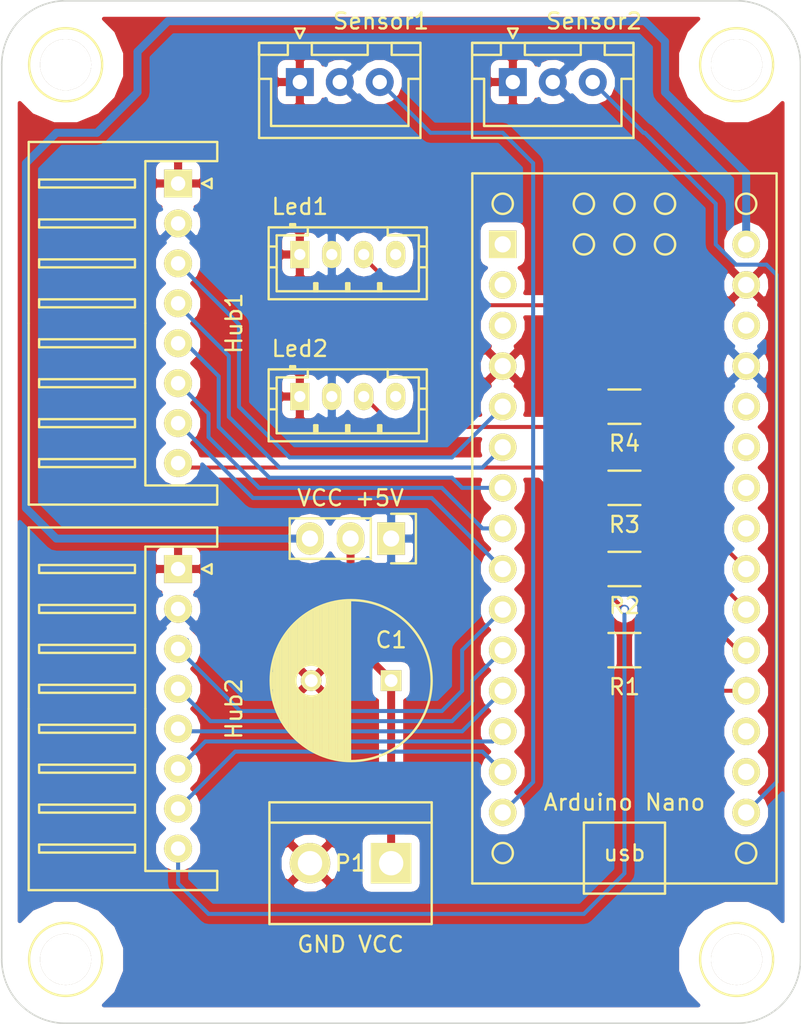
<source format=kicad_pcb>
(kicad_pcb (version 4) (host pcbnew 4.0.3+e1-6302~38~ubuntu15.04.1-stable)

  (general
    (links 39)
    (no_connects 0)
    (area 49.899999 34.899999 155.100001 140.100001)
    (thickness 1.6)
    (drawings 13)
    (tracks 124)
    (zones 0)
    (modules 18)
    (nets 37)
  )

  (page A4)
  (layers
    (0 F.Cu signal)
    (31 B.Cu signal)
    (32 B.Adhes user)
    (33 F.Adhes user)
    (34 B.Paste user)
    (35 F.Paste user)
    (36 B.SilkS user)
    (37 F.SilkS user)
    (38 B.Mask user)
    (39 F.Mask user)
    (40 Dwgs.User user)
    (41 Cmts.User user)
    (42 Eco1.User user hide)
    (43 Eco2.User user)
    (44 Edge.Cuts user)
    (45 Margin user)
    (46 B.CrtYd user)
    (47 F.CrtYd user)
    (48 B.Fab user)
    (49 F.Fab user)
  )

  (setup
    (last_trace_width 0.25)
    (trace_clearance 0.2)
    (zone_clearance 0.508)
    (zone_45_only no)
    (trace_min 0.2)
    (segment_width 0.2)
    (edge_width 0.1)
    (via_size 0.6)
    (via_drill 0.4)
    (via_min_size 0.4)
    (via_min_drill 0.3)
    (uvia_size 0.3)
    (uvia_drill 0.1)
    (uvias_allowed no)
    (uvia_min_size 0.2)
    (uvia_min_drill 0.1)
    (pcb_text_width 0.3)
    (pcb_text_size 1.5 1.5)
    (mod_edge_width 0.15)
    (mod_text_size 1 1)
    (mod_text_width 0.15)
    (pad_size 3.2 3.2)
    (pad_drill 3.2)
    (pad_to_mask_clearance 0)
    (aux_axis_origin 0 0)
    (visible_elements FFFFFF7F)
    (pcbplotparams
      (layerselection 0x010f0_80000001)
      (usegerberextensions false)
      (excludeedgelayer true)
      (linewidth 0.100000)
      (plotframeref false)
      (viasonmask false)
      (mode 1)
      (useauxorigin false)
      (hpglpennumber 1)
      (hpglpenspeed 20)
      (hpglpendiameter 15)
      (hpglpenoverlay 2)
      (psnegative false)
      (psa4output false)
      (plotreference true)
      (plotvalue true)
      (plotinvisibletext false)
      (padsonsilk false)
      (subtractmaskfromsilk false)
      (outputformat 1)
      (mirror false)
      (drillshape 0)
      (scaleselection 1)
      (outputdirectory gerber))
  )

  (net 0 "")
  (net 1 "Net-(Arduino1-Pad1)")
  (net 2 "Net-(Arduino1-Pad2)")
  (net 3 "Net-(Arduino1-Pad3)")
  (net 4 GND)
  (net 5 /In1)
  (net 6 /In2)
  (net 7 /In3)
  (net 8 /In4)
  (net 9 /In5)
  (net 10 /In6)
  (net 11 /In7)
  (net 12 /In8)
  (net 13 /In9)
  (net 14 /In10)
  (net 15 /In11)
  (net 16 /In12)
  (net 17 "Net-(Arduino1-Pad17)")
  (net 18 "Net-(Arduino1-Pad18)")
  (net 19 /Out1)
  (net 20 /Out2)
  (net 21 /Out3)
  (net 22 /Out4)
  (net 23 "Net-(Arduino1-Pad23)")
  (net 24 "Net-(Arduino1-Pad24)")
  (net 25 "Net-(Arduino1-Pad25)")
  (net 26 "Net-(Arduino1-Pad26)")
  (net 27 +5V)
  (net 28 "Net-(Arduino1-Pad28)")
  (net 29 /VIN)
  (net 30 VCC)
  (net 31 "Net-(Hub1-Pad8)")
  (net 32 "Net-(Hub2-Pad8)")
  (net 33 "Net-(Led1-Pad3)")
  (net 34 "Net-(Led1-Pad4)")
  (net 35 "Net-(Led2-Pad3)")
  (net 36 "Net-(Led2-Pad4)")

  (net_class Default "This is the default net class."
    (clearance 0.2)
    (trace_width 0.25)
    (via_dia 0.6)
    (via_drill 0.4)
    (uvia_dia 0.3)
    (uvia_drill 0.1)
    (add_net +5V)
    (add_net /In1)
    (add_net /In10)
    (add_net /In11)
    (add_net /In12)
    (add_net /In2)
    (add_net /In3)
    (add_net /In4)
    (add_net /In5)
    (add_net /In6)
    (add_net /In7)
    (add_net /In8)
    (add_net /In9)
    (add_net /Out1)
    (add_net /Out2)
    (add_net /Out3)
    (add_net /Out4)
    (add_net GND)
    (add_net "Net-(Arduino1-Pad1)")
    (add_net "Net-(Arduino1-Pad17)")
    (add_net "Net-(Arduino1-Pad18)")
    (add_net "Net-(Arduino1-Pad2)")
    (add_net "Net-(Arduino1-Pad23)")
    (add_net "Net-(Arduino1-Pad24)")
    (add_net "Net-(Arduino1-Pad25)")
    (add_net "Net-(Arduino1-Pad26)")
    (add_net "Net-(Arduino1-Pad28)")
    (add_net "Net-(Arduino1-Pad3)")
    (add_net "Net-(Hub1-Pad8)")
    (add_net "Net-(Hub2-Pad8)")
    (add_net "Net-(Led1-Pad3)")
    (add_net "Net-(Led1-Pad4)")
    (add_net "Net-(Led2-Pad3)")
    (add_net "Net-(Led2-Pad4)")
  )

  (net_class VCC ""
    (clearance 0.2)
    (trace_width 0.5)
    (via_dia 0.6)
    (via_drill 0.4)
    (uvia_dia 0.3)
    (uvia_drill 0.1)
    (add_net /VIN)
    (add_net VCC)
  )

  (module "Arduino:Arduino Nano Shield" (layer F.Cu) (tedit 57B61BA9) (tstamp 57B60D18)
    (at 93.98 73.025)
    (path /57898145)
    (fp_text reference "Arduino Nano" (at 0 17.145) (layer F.SilkS)
      (effects (font (size 1 1) (thickness 0.15)))
    )
    (fp_text value "Arduino Nano" (at 0 -24.13) (layer F.Fab)
      (effects (font (size 1 1) (thickness 0.15)))
    )
    (fp_line (start -9.525 -22.225) (end 9.525 -22.225) (layer F.SilkS) (width 0.15))
    (fp_line (start 9.525 -22.225) (end 9.525 22.225) (layer F.SilkS) (width 0.15))
    (fp_line (start 9.525 22.225) (end -9.525 22.225) (layer F.SilkS) (width 0.15))
    (fp_line (start -9.525 22.225) (end -9.525 -22.225) (layer F.SilkS) (width 0.15))
    (fp_circle (center -7.62 20.32) (end -6.985 20.32) (layer F.SilkS) (width 0.15))
    (fp_circle (center 7.62 20.32) (end 8.255 20.32) (layer F.SilkS) (width 0.15))
    (fp_circle (center -7.62 -20.32) (end -6.985 -20.32) (layer F.SilkS) (width 0.15))
    (fp_circle (center 7.62 -20.32) (end 8.255 -20.32) (layer F.SilkS) (width 0.15))
    (fp_circle (center -2.54 -20.32) (end -1.905 -20.32) (layer F.SilkS) (width 0.15))
    (fp_circle (center -2.54 -17.78) (end -1.905 -17.78) (layer F.SilkS) (width 0.15))
    (fp_circle (center 2.54 -17.78) (end 3.175 -17.78) (layer F.SilkS) (width 0.15))
    (fp_circle (center 2.54 -20.32) (end 3.175 -20.32) (layer F.SilkS) (width 0.15))
    (fp_circle (center 0 -20.32) (end 0.635 -20.32) (layer F.SilkS) (width 0.15))
    (fp_circle (center 0 -17.78) (end 0.635 -17.78) (layer F.SilkS) (width 0.15))
    (fp_line (start 2.54 18.415) (end -2.54 18.415) (layer F.SilkS) (width 0.15))
    (fp_line (start -2.54 22.86) (end 2.54 22.86) (layer F.SilkS) (width 0.15))
    (fp_line (start -2.54 22.86) (end -2.54 18.415) (layer F.SilkS) (width 0.15))
    (fp_line (start 2.54 18.415) (end 2.54 22.86) (layer F.SilkS) (width 0.15))
    (fp_text user usb (at 0 20.32) (layer F.SilkS)
      (effects (font (size 1 1) (thickness 0.15)))
    )
    (pad 1 thru_hole rect (at -7.62 -17.78) (size 1.7272 1.7272) (drill 1.016) (layers *.Cu *.Mask F.SilkS)
      (net 1 "Net-(Arduino1-Pad1)"))
    (pad 2 thru_hole circle (at -7.62 -15.24) (size 1.7272 1.7272) (drill 1.016) (layers *.Cu *.Mask F.SilkS)
      (net 2 "Net-(Arduino1-Pad2)"))
    (pad 3 thru_hole circle (at -7.62 -12.7) (size 1.7272 1.7272) (drill 1.016) (layers *.Cu *.Mask F.SilkS)
      (net 3 "Net-(Arduino1-Pad3)"))
    (pad 4 thru_hole circle (at -7.62 -10.16) (size 1.7272 1.7272) (drill 1.016) (layers *.Cu *.Mask F.SilkS)
      (net 4 GND))
    (pad 5 thru_hole circle (at -7.62 -7.62) (size 1.7272 1.7272) (drill 1.016) (layers *.Cu *.Mask F.SilkS)
      (net 5 /In1))
    (pad 6 thru_hole circle (at -7.62 -5.08) (size 1.7272 1.7272) (drill 1.016) (layers *.Cu *.Mask F.SilkS)
      (net 6 /In2))
    (pad 7 thru_hole circle (at -7.62 -2.54) (size 1.7272 1.7272) (drill 1.016) (layers *.Cu *.Mask F.SilkS)
      (net 7 /In3))
    (pad 8 thru_hole circle (at -7.62 0) (size 1.7272 1.7272) (drill 1.016) (layers *.Cu *.Mask F.SilkS)
      (net 8 /In4))
    (pad 9 thru_hole circle (at -7.62 2.54) (size 1.7272 1.7272) (drill 1.016) (layers *.Cu *.Mask F.SilkS)
      (net 9 /In5))
    (pad 10 thru_hole circle (at -7.62 5.08) (size 1.7272 1.7272) (drill 1.016) (layers *.Cu *.Mask F.SilkS)
      (net 10 /In6))
    (pad 11 thru_hole circle (at -7.62 7.62) (size 1.7272 1.7272) (drill 1.016) (layers *.Cu *.Mask F.SilkS)
      (net 11 /In7))
    (pad 12 thru_hole circle (at -7.62 10.16) (size 1.7272 1.7272) (drill 1.016) (layers *.Cu *.Mask F.SilkS)
      (net 12 /In8))
    (pad 13 thru_hole circle (at -7.62 12.7) (size 1.7272 1.7272) (drill 1.016) (layers *.Cu *.Mask F.SilkS)
      (net 13 /In9))
    (pad 14 thru_hole circle (at -7.62 15.24) (size 1.7272 1.7272) (drill 1.016) (layers *.Cu *.Mask F.SilkS)
      (net 14 /In10))
    (pad 15 thru_hole circle (at -7.62 17.78) (size 1.7272 1.7272) (drill 1.016) (layers *.Cu *.Mask F.SilkS)
      (net 15 /In11))
    (pad 16 thru_hole circle (at 7.62 17.78) (size 1.7272 1.7272) (drill 1.016) (layers *.Cu *.Mask F.SilkS)
      (net 16 /In12))
    (pad 17 thru_hole circle (at 7.62 15.24) (size 1.7272 1.7272) (drill 1.016) (layers *.Cu *.Mask F.SilkS)
      (net 17 "Net-(Arduino1-Pad17)"))
    (pad 18 thru_hole circle (at 7.62 12.7) (size 1.7272 1.7272) (drill 1.016) (layers *.Cu *.Mask F.SilkS)
      (net 18 "Net-(Arduino1-Pad18)"))
    (pad 19 thru_hole circle (at 7.62 10.16) (size 1.7272 1.7272) (drill 1.016) (layers *.Cu *.Mask F.SilkS)
      (net 19 /Out1))
    (pad 20 thru_hole circle (at 7.62 7.62) (size 1.7272 1.7272) (drill 1.016) (layers *.Cu *.Mask F.SilkS)
      (net 20 /Out2))
    (pad 21 thru_hole circle (at 7.62 5.08) (size 1.7272 1.7272) (drill 1.016) (layers *.Cu *.Mask F.SilkS)
      (net 21 /Out3))
    (pad 22 thru_hole circle (at 7.62 2.54) (size 1.7272 1.7272) (drill 1.016) (layers *.Cu *.Mask F.SilkS)
      (net 22 /Out4))
    (pad 23 thru_hole circle (at 7.62 0) (size 1.7272 1.7272) (drill 1.016) (layers *.Cu *.Mask F.SilkS)
      (net 23 "Net-(Arduino1-Pad23)"))
    (pad 24 thru_hole circle (at 7.62 -2.54) (size 1.7272 1.7272) (drill 1.016) (layers *.Cu *.Mask F.SilkS)
      (net 24 "Net-(Arduino1-Pad24)"))
    (pad 25 thru_hole circle (at 7.62 -5.08) (size 1.7272 1.7272) (drill 1.016) (layers *.Cu *.Mask F.SilkS)
      (net 25 "Net-(Arduino1-Pad25)"))
    (pad 26 thru_hole circle (at 7.62 -7.62) (size 1.7272 1.7272) (drill 1.016) (layers *.Cu *.Mask F.SilkS)
      (net 26 "Net-(Arduino1-Pad26)"))
    (pad 27 thru_hole circle (at 7.62 -10.16) (size 1.7272 1.7272) (drill 1.016) (layers *.Cu *.Mask F.SilkS)
      (net 27 +5V))
    (pad 28 thru_hole circle (at 7.62 -12.7) (size 1.7272 1.7272) (drill 1.016) (layers *.Cu *.Mask F.SilkS)
      (net 28 "Net-(Arduino1-Pad28)"))
    (pad 29 thru_hole circle (at 7.62 -15.24) (size 1.7272 1.7272) (drill 1.016) (layers *.Cu *.Mask F.SilkS)
      (net 4 GND))
    (pad 30 thru_hole circle (at 7.62 -17.78) (size 1.7272 1.7272) (drill 1.016) (layers *.Cu *.Mask F.SilkS)
      (net 29 /VIN))
  )

  (module Capacitors_ThroughHole:C_Radial_D10_L20_P5 (layer F.Cu) (tedit 57B61B6C) (tstamp 57B60D1E)
    (at 79.375 82.55 180)
    (descr "Radial Electrolytic Capacitor Diameter 10mm x Length 20mm, Pitch 5mm")
    (tags "Electrolytic Capacitor")
    (path /57AEDBE0)
    (fp_text reference C1 (at 0 2.54 180) (layer F.SilkS)
      (effects (font (size 1 1) (thickness 0.15)))
    )
    (fp_text value CP (at 2.54 0 180) (layer F.Fab)
      (effects (font (size 1 1) (thickness 0.15)))
    )
    (fp_line (start 2.575 -4.999) (end 2.575 4.999) (layer F.SilkS) (width 0.15))
    (fp_line (start 2.715 -4.995) (end 2.715 4.995) (layer F.SilkS) (width 0.15))
    (fp_line (start 2.855 -4.987) (end 2.855 4.987) (layer F.SilkS) (width 0.15))
    (fp_line (start 2.995 -4.975) (end 2.995 4.975) (layer F.SilkS) (width 0.15))
    (fp_line (start 3.135 -4.96) (end 3.135 4.96) (layer F.SilkS) (width 0.15))
    (fp_line (start 3.275 -4.94) (end 3.275 4.94) (layer F.SilkS) (width 0.15))
    (fp_line (start 3.415 -4.916) (end 3.415 4.916) (layer F.SilkS) (width 0.15))
    (fp_line (start 3.555 -4.887) (end 3.555 4.887) (layer F.SilkS) (width 0.15))
    (fp_line (start 3.695 -4.855) (end 3.695 4.855) (layer F.SilkS) (width 0.15))
    (fp_line (start 3.835 -4.818) (end 3.835 4.818) (layer F.SilkS) (width 0.15))
    (fp_line (start 3.975 -4.777) (end 3.975 4.777) (layer F.SilkS) (width 0.15))
    (fp_line (start 4.115 -4.732) (end 4.115 -0.466) (layer F.SilkS) (width 0.15))
    (fp_line (start 4.115 0.466) (end 4.115 4.732) (layer F.SilkS) (width 0.15))
    (fp_line (start 4.255 -4.682) (end 4.255 -0.667) (layer F.SilkS) (width 0.15))
    (fp_line (start 4.255 0.667) (end 4.255 4.682) (layer F.SilkS) (width 0.15))
    (fp_line (start 4.395 -4.627) (end 4.395 -0.796) (layer F.SilkS) (width 0.15))
    (fp_line (start 4.395 0.796) (end 4.395 4.627) (layer F.SilkS) (width 0.15))
    (fp_line (start 4.535 -4.567) (end 4.535 -0.885) (layer F.SilkS) (width 0.15))
    (fp_line (start 4.535 0.885) (end 4.535 4.567) (layer F.SilkS) (width 0.15))
    (fp_line (start 4.675 -4.502) (end 4.675 -0.946) (layer F.SilkS) (width 0.15))
    (fp_line (start 4.675 0.946) (end 4.675 4.502) (layer F.SilkS) (width 0.15))
    (fp_line (start 4.815 -4.432) (end 4.815 -0.983) (layer F.SilkS) (width 0.15))
    (fp_line (start 4.815 0.983) (end 4.815 4.432) (layer F.SilkS) (width 0.15))
    (fp_line (start 4.955 -4.356) (end 4.955 -0.999) (layer F.SilkS) (width 0.15))
    (fp_line (start 4.955 0.999) (end 4.955 4.356) (layer F.SilkS) (width 0.15))
    (fp_line (start 5.095 -4.274) (end 5.095 -0.995) (layer F.SilkS) (width 0.15))
    (fp_line (start 5.095 0.995) (end 5.095 4.274) (layer F.SilkS) (width 0.15))
    (fp_line (start 5.235 -4.186) (end 5.235 -0.972) (layer F.SilkS) (width 0.15))
    (fp_line (start 5.235 0.972) (end 5.235 4.186) (layer F.SilkS) (width 0.15))
    (fp_line (start 5.375 -4.091) (end 5.375 -0.927) (layer F.SilkS) (width 0.15))
    (fp_line (start 5.375 0.927) (end 5.375 4.091) (layer F.SilkS) (width 0.15))
    (fp_line (start 5.515 -3.989) (end 5.515 -0.857) (layer F.SilkS) (width 0.15))
    (fp_line (start 5.515 0.857) (end 5.515 3.989) (layer F.SilkS) (width 0.15))
    (fp_line (start 5.655 -3.879) (end 5.655 -0.756) (layer F.SilkS) (width 0.15))
    (fp_line (start 5.655 0.756) (end 5.655 3.879) (layer F.SilkS) (width 0.15))
    (fp_line (start 5.795 -3.761) (end 5.795 -0.607) (layer F.SilkS) (width 0.15))
    (fp_line (start 5.795 0.607) (end 5.795 3.761) (layer F.SilkS) (width 0.15))
    (fp_line (start 5.935 -3.633) (end 5.935 -0.355) (layer F.SilkS) (width 0.15))
    (fp_line (start 5.935 0.355) (end 5.935 3.633) (layer F.SilkS) (width 0.15))
    (fp_line (start 6.075 -3.496) (end 6.075 3.496) (layer F.SilkS) (width 0.15))
    (fp_line (start 6.215 -3.346) (end 6.215 3.346) (layer F.SilkS) (width 0.15))
    (fp_line (start 6.355 -3.184) (end 6.355 3.184) (layer F.SilkS) (width 0.15))
    (fp_line (start 6.495 -3.007) (end 6.495 3.007) (layer F.SilkS) (width 0.15))
    (fp_line (start 6.635 -2.811) (end 6.635 2.811) (layer F.SilkS) (width 0.15))
    (fp_line (start 6.775 -2.593) (end 6.775 2.593) (layer F.SilkS) (width 0.15))
    (fp_line (start 6.915 -2.347) (end 6.915 2.347) (layer F.SilkS) (width 0.15))
    (fp_line (start 7.055 -2.062) (end 7.055 2.062) (layer F.SilkS) (width 0.15))
    (fp_line (start 7.195 -1.72) (end 7.195 1.72) (layer F.SilkS) (width 0.15))
    (fp_line (start 7.335 -1.274) (end 7.335 1.274) (layer F.SilkS) (width 0.15))
    (fp_line (start 7.475 -0.499) (end 7.475 0.499) (layer F.SilkS) (width 0.15))
    (fp_circle (center 5 0) (end 5 -1) (layer F.SilkS) (width 0.15))
    (fp_circle (center 2.5 0) (end 2.5 -5.0375) (layer F.SilkS) (width 0.15))
    (fp_circle (center 2.5 0) (end 2.5 -5.3) (layer F.CrtYd) (width 0.05))
    (pad 1 thru_hole rect (at 0 0 180) (size 1.3 1.3) (drill 0.8) (layers *.Cu *.Mask F.SilkS)
      (net 30 VCC))
    (pad 2 thru_hole circle (at 5 0 180) (size 1.3 1.3) (drill 0.8) (layers *.Cu *.Mask F.SilkS)
      (net 4 GND))
    (model Capacitors_ThroughHole.3dshapes/C_Radial_D10_L20_P5.wrl
      (at (xyz 0 0 0))
      (scale (xyz 1 1 1))
      (rotate (xyz 0 0 0))
    )
  )

  (module Connectors_JST:JST_XH_S08B-XH-A_08x2.50mm_Angled (layer F.Cu) (tedit 56F07245) (tstamp 57B60D2A)
    (at 66.04 51.435 270)
    (descr "JST XH series connector, S08B-XH-A, side entry type, through hole")
    (tags "connector jst xh tht side horizontal angled 2.50mm")
    (path /57AED1D7)
    (fp_text reference Hub1 (at 8.75 -3.5 270) (layer F.SilkS)
      (effects (font (size 1 1) (thickness 0.15)))
    )
    (fp_text value "Cabinet Hub" (at 8.75 10.3 270) (layer F.Fab)
      (effects (font (size 1 1) (thickness 0.15)))
    )
    (fp_line (start -2.95 -2.8) (end -2.95 9.7) (layer F.CrtYd) (width 0.05))
    (fp_line (start -2.95 9.7) (end 20.45 9.7) (layer F.CrtYd) (width 0.05))
    (fp_line (start 20.45 9.7) (end 20.45 -2.8) (layer F.CrtYd) (width 0.05))
    (fp_line (start 20.45 -2.8) (end -2.95 -2.8) (layer F.CrtYd) (width 0.05))
    (fp_line (start 8.75 9.35) (end -2.6 9.35) (layer F.SilkS) (width 0.15))
    (fp_line (start -2.6 9.35) (end -2.6 -2.45) (layer F.SilkS) (width 0.15))
    (fp_line (start -2.6 -2.45) (end -1.4 -2.45) (layer F.SilkS) (width 0.15))
    (fp_line (start -1.4 -2.45) (end -1.4 2.05) (layer F.SilkS) (width 0.15))
    (fp_line (start -1.4 2.05) (end 8.75 2.05) (layer F.SilkS) (width 0.15))
    (fp_line (start 8.75 9.35) (end 20.1 9.35) (layer F.SilkS) (width 0.15))
    (fp_line (start 20.1 9.35) (end 20.1 -2.45) (layer F.SilkS) (width 0.15))
    (fp_line (start 20.1 -2.45) (end 18.9 -2.45) (layer F.SilkS) (width 0.15))
    (fp_line (start 18.9 -2.45) (end 18.9 2.05) (layer F.SilkS) (width 0.15))
    (fp_line (start 18.9 2.05) (end 8.75 2.05) (layer F.SilkS) (width 0.15))
    (fp_line (start -0.25 2.7) (end -0.25 8.7) (layer F.SilkS) (width 0.15))
    (fp_line (start -0.25 8.7) (end 0.25 8.7) (layer F.SilkS) (width 0.15))
    (fp_line (start 0.25 8.7) (end 0.25 2.7) (layer F.SilkS) (width 0.15))
    (fp_line (start 0.25 2.7) (end -0.25 2.7) (layer F.SilkS) (width 0.15))
    (fp_line (start 2.25 2.7) (end 2.25 8.7) (layer F.SilkS) (width 0.15))
    (fp_line (start 2.25 8.7) (end 2.75 8.7) (layer F.SilkS) (width 0.15))
    (fp_line (start 2.75 8.7) (end 2.75 2.7) (layer F.SilkS) (width 0.15))
    (fp_line (start 2.75 2.7) (end 2.25 2.7) (layer F.SilkS) (width 0.15))
    (fp_line (start 4.75 2.7) (end 4.75 8.7) (layer F.SilkS) (width 0.15))
    (fp_line (start 4.75 8.7) (end 5.25 8.7) (layer F.SilkS) (width 0.15))
    (fp_line (start 5.25 8.7) (end 5.25 2.7) (layer F.SilkS) (width 0.15))
    (fp_line (start 5.25 2.7) (end 4.75 2.7) (layer F.SilkS) (width 0.15))
    (fp_line (start 7.25 2.7) (end 7.25 8.7) (layer F.SilkS) (width 0.15))
    (fp_line (start 7.25 8.7) (end 7.75 8.7) (layer F.SilkS) (width 0.15))
    (fp_line (start 7.75 8.7) (end 7.75 2.7) (layer F.SilkS) (width 0.15))
    (fp_line (start 7.75 2.7) (end 7.25 2.7) (layer F.SilkS) (width 0.15))
    (fp_line (start 9.75 2.7) (end 9.75 8.7) (layer F.SilkS) (width 0.15))
    (fp_line (start 9.75 8.7) (end 10.25 8.7) (layer F.SilkS) (width 0.15))
    (fp_line (start 10.25 8.7) (end 10.25 2.7) (layer F.SilkS) (width 0.15))
    (fp_line (start 10.25 2.7) (end 9.75 2.7) (layer F.SilkS) (width 0.15))
    (fp_line (start 12.25 2.7) (end 12.25 8.7) (layer F.SilkS) (width 0.15))
    (fp_line (start 12.25 8.7) (end 12.75 8.7) (layer F.SilkS) (width 0.15))
    (fp_line (start 12.75 8.7) (end 12.75 2.7) (layer F.SilkS) (width 0.15))
    (fp_line (start 12.75 2.7) (end 12.25 2.7) (layer F.SilkS) (width 0.15))
    (fp_line (start 14.75 2.7) (end 14.75 8.7) (layer F.SilkS) (width 0.15))
    (fp_line (start 14.75 8.7) (end 15.25 8.7) (layer F.SilkS) (width 0.15))
    (fp_line (start 15.25 8.7) (end 15.25 2.7) (layer F.SilkS) (width 0.15))
    (fp_line (start 15.25 2.7) (end 14.75 2.7) (layer F.SilkS) (width 0.15))
    (fp_line (start 17.25 2.7) (end 17.25 8.7) (layer F.SilkS) (width 0.15))
    (fp_line (start 17.25 8.7) (end 17.75 8.7) (layer F.SilkS) (width 0.15))
    (fp_line (start 17.75 8.7) (end 17.75 2.7) (layer F.SilkS) (width 0.15))
    (fp_line (start 17.75 2.7) (end 17.25 2.7) (layer F.SilkS) (width 0.15))
    (fp_line (start 0 -1.5) (end -0.3 -2.1) (layer F.SilkS) (width 0.15))
    (fp_line (start -0.3 -2.1) (end 0.3 -2.1) (layer F.SilkS) (width 0.15))
    (fp_line (start 0.3 -2.1) (end 0 -1.5) (layer F.SilkS) (width 0.15))
    (pad 1 thru_hole rect (at 0 0 270) (size 1.75 1.75) (drill 0.9) (layers *.Cu *.Mask F.SilkS)
      (net 4 GND))
    (pad 2 thru_hole circle (at 2.5 0 270) (size 1.75 1.75) (drill 0.9) (layers *.Cu *.Mask F.SilkS)
      (net 27 +5V))
    (pad 3 thru_hole circle (at 5 0 270) (size 1.75 1.75) (drill 0.9) (layers *.Cu *.Mask F.SilkS)
      (net 5 /In1))
    (pad 4 thru_hole circle (at 7.5 0 270) (size 1.75 1.75) (drill 0.9) (layers *.Cu *.Mask F.SilkS)
      (net 6 /In2))
    (pad 5 thru_hole circle (at 10 0 270) (size 1.75 1.75) (drill 0.9) (layers *.Cu *.Mask F.SilkS)
      (net 7 /In3))
    (pad 6 thru_hole circle (at 12.5 0 270) (size 1.75 1.75) (drill 0.9) (layers *.Cu *.Mask F.SilkS)
      (net 8 /In4))
    (pad 7 thru_hole circle (at 15 0 270) (size 1.75 1.75) (drill 0.9) (layers *.Cu *.Mask F.SilkS)
      (net 9 /In5))
    (pad 8 thru_hole circle (at 17.5 0 270) (size 1.75 1.75) (drill 0.9) (layers *.Cu *.Mask F.SilkS)
      (net 31 "Net-(Hub1-Pad8)"))
    (model Connectors_JST.3dshapes/JST_XH_S08B-XH-A_08x2.50mm_Angled.wrl
      (at (xyz 0 0 0))
      (scale (xyz 1 1 1))
      (rotate (xyz 0 0 0))
    )
  )

  (module Connectors_JST:JST_XH_S08B-XH-A_08x2.50mm_Angled (layer F.Cu) (tedit 56F07245) (tstamp 57B60D36)
    (at 66.04 75.565 270)
    (descr "JST XH series connector, S08B-XH-A, side entry type, through hole")
    (tags "connector jst xh tht side horizontal angled 2.50mm")
    (path /57AED832)
    (fp_text reference Hub2 (at 8.75 -3.5 270) (layer F.SilkS)
      (effects (font (size 1 1) (thickness 0.15)))
    )
    (fp_text value "Cabinet Hub" (at 8.75 10.3 270) (layer F.Fab)
      (effects (font (size 1 1) (thickness 0.15)))
    )
    (fp_line (start -2.95 -2.8) (end -2.95 9.7) (layer F.CrtYd) (width 0.05))
    (fp_line (start -2.95 9.7) (end 20.45 9.7) (layer F.CrtYd) (width 0.05))
    (fp_line (start 20.45 9.7) (end 20.45 -2.8) (layer F.CrtYd) (width 0.05))
    (fp_line (start 20.45 -2.8) (end -2.95 -2.8) (layer F.CrtYd) (width 0.05))
    (fp_line (start 8.75 9.35) (end -2.6 9.35) (layer F.SilkS) (width 0.15))
    (fp_line (start -2.6 9.35) (end -2.6 -2.45) (layer F.SilkS) (width 0.15))
    (fp_line (start -2.6 -2.45) (end -1.4 -2.45) (layer F.SilkS) (width 0.15))
    (fp_line (start -1.4 -2.45) (end -1.4 2.05) (layer F.SilkS) (width 0.15))
    (fp_line (start -1.4 2.05) (end 8.75 2.05) (layer F.SilkS) (width 0.15))
    (fp_line (start 8.75 9.35) (end 20.1 9.35) (layer F.SilkS) (width 0.15))
    (fp_line (start 20.1 9.35) (end 20.1 -2.45) (layer F.SilkS) (width 0.15))
    (fp_line (start 20.1 -2.45) (end 18.9 -2.45) (layer F.SilkS) (width 0.15))
    (fp_line (start 18.9 -2.45) (end 18.9 2.05) (layer F.SilkS) (width 0.15))
    (fp_line (start 18.9 2.05) (end 8.75 2.05) (layer F.SilkS) (width 0.15))
    (fp_line (start -0.25 2.7) (end -0.25 8.7) (layer F.SilkS) (width 0.15))
    (fp_line (start -0.25 8.7) (end 0.25 8.7) (layer F.SilkS) (width 0.15))
    (fp_line (start 0.25 8.7) (end 0.25 2.7) (layer F.SilkS) (width 0.15))
    (fp_line (start 0.25 2.7) (end -0.25 2.7) (layer F.SilkS) (width 0.15))
    (fp_line (start 2.25 2.7) (end 2.25 8.7) (layer F.SilkS) (width 0.15))
    (fp_line (start 2.25 8.7) (end 2.75 8.7) (layer F.SilkS) (width 0.15))
    (fp_line (start 2.75 8.7) (end 2.75 2.7) (layer F.SilkS) (width 0.15))
    (fp_line (start 2.75 2.7) (end 2.25 2.7) (layer F.SilkS) (width 0.15))
    (fp_line (start 4.75 2.7) (end 4.75 8.7) (layer F.SilkS) (width 0.15))
    (fp_line (start 4.75 8.7) (end 5.25 8.7) (layer F.SilkS) (width 0.15))
    (fp_line (start 5.25 8.7) (end 5.25 2.7) (layer F.SilkS) (width 0.15))
    (fp_line (start 5.25 2.7) (end 4.75 2.7) (layer F.SilkS) (width 0.15))
    (fp_line (start 7.25 2.7) (end 7.25 8.7) (layer F.SilkS) (width 0.15))
    (fp_line (start 7.25 8.7) (end 7.75 8.7) (layer F.SilkS) (width 0.15))
    (fp_line (start 7.75 8.7) (end 7.75 2.7) (layer F.SilkS) (width 0.15))
    (fp_line (start 7.75 2.7) (end 7.25 2.7) (layer F.SilkS) (width 0.15))
    (fp_line (start 9.75 2.7) (end 9.75 8.7) (layer F.SilkS) (width 0.15))
    (fp_line (start 9.75 8.7) (end 10.25 8.7) (layer F.SilkS) (width 0.15))
    (fp_line (start 10.25 8.7) (end 10.25 2.7) (layer F.SilkS) (width 0.15))
    (fp_line (start 10.25 2.7) (end 9.75 2.7) (layer F.SilkS) (width 0.15))
    (fp_line (start 12.25 2.7) (end 12.25 8.7) (layer F.SilkS) (width 0.15))
    (fp_line (start 12.25 8.7) (end 12.75 8.7) (layer F.SilkS) (width 0.15))
    (fp_line (start 12.75 8.7) (end 12.75 2.7) (layer F.SilkS) (width 0.15))
    (fp_line (start 12.75 2.7) (end 12.25 2.7) (layer F.SilkS) (width 0.15))
    (fp_line (start 14.75 2.7) (end 14.75 8.7) (layer F.SilkS) (width 0.15))
    (fp_line (start 14.75 8.7) (end 15.25 8.7) (layer F.SilkS) (width 0.15))
    (fp_line (start 15.25 8.7) (end 15.25 2.7) (layer F.SilkS) (width 0.15))
    (fp_line (start 15.25 2.7) (end 14.75 2.7) (layer F.SilkS) (width 0.15))
    (fp_line (start 17.25 2.7) (end 17.25 8.7) (layer F.SilkS) (width 0.15))
    (fp_line (start 17.25 8.7) (end 17.75 8.7) (layer F.SilkS) (width 0.15))
    (fp_line (start 17.75 8.7) (end 17.75 2.7) (layer F.SilkS) (width 0.15))
    (fp_line (start 17.75 2.7) (end 17.25 2.7) (layer F.SilkS) (width 0.15))
    (fp_line (start 0 -1.5) (end -0.3 -2.1) (layer F.SilkS) (width 0.15))
    (fp_line (start -0.3 -2.1) (end 0.3 -2.1) (layer F.SilkS) (width 0.15))
    (fp_line (start 0.3 -2.1) (end 0 -1.5) (layer F.SilkS) (width 0.15))
    (pad 1 thru_hole rect (at 0 0 270) (size 1.75 1.75) (drill 0.9) (layers *.Cu *.Mask F.SilkS)
      (net 4 GND))
    (pad 2 thru_hole circle (at 2.5 0 270) (size 1.75 1.75) (drill 0.9) (layers *.Cu *.Mask F.SilkS)
      (net 27 +5V))
    (pad 3 thru_hole circle (at 5 0 270) (size 1.75 1.75) (drill 0.9) (layers *.Cu *.Mask F.SilkS)
      (net 10 /In6))
    (pad 4 thru_hole circle (at 7.5 0 270) (size 1.75 1.75) (drill 0.9) (layers *.Cu *.Mask F.SilkS)
      (net 11 /In7))
    (pad 5 thru_hole circle (at 10 0 270) (size 1.75 1.75) (drill 0.9) (layers *.Cu *.Mask F.SilkS)
      (net 12 /In8))
    (pad 6 thru_hole circle (at 12.5 0 270) (size 1.75 1.75) (drill 0.9) (layers *.Cu *.Mask F.SilkS)
      (net 13 /In9))
    (pad 7 thru_hole circle (at 15 0 270) (size 1.75 1.75) (drill 0.9) (layers *.Cu *.Mask F.SilkS)
      (net 14 /In10))
    (pad 8 thru_hole circle (at 17.5 0 270) (size 1.75 1.75) (drill 0.9) (layers *.Cu *.Mask F.SilkS)
      (net 32 "Net-(Hub2-Pad8)"))
    (model Connectors_JST.3dshapes/JST_XH_S08B-XH-A_08x2.50mm_Angled.wrl
      (at (xyz 0 0 0))
      (scale (xyz 1 1 1))
      (rotate (xyz 0 0 0))
    )
  )

  (module Pin_Headers:Pin_Header_Straight_1x03 (layer F.Cu) (tedit 57B61B7B) (tstamp 57B60D3D)
    (at 79.375 73.66 270)
    (descr "Through hole pin header")
    (tags "pin header")
    (path /57B55839)
    (fp_text reference "VCC +5V" (at -2.54 2.54 360) (layer F.SilkS)
      (effects (font (size 1 1) (thickness 0.15)))
    )
    (fp_text value JUMPER3 (at 0 -3.1 270) (layer F.Fab) hide
      (effects (font (size 1 1) (thickness 0.15)))
    )
    (fp_line (start -1.75 -1.75) (end -1.75 6.85) (layer F.CrtYd) (width 0.05))
    (fp_line (start 1.75 -1.75) (end 1.75 6.85) (layer F.CrtYd) (width 0.05))
    (fp_line (start -1.75 -1.75) (end 1.75 -1.75) (layer F.CrtYd) (width 0.05))
    (fp_line (start -1.75 6.85) (end 1.75 6.85) (layer F.CrtYd) (width 0.05))
    (fp_line (start -1.27 1.27) (end -1.27 6.35) (layer F.SilkS) (width 0.15))
    (fp_line (start -1.27 6.35) (end 1.27 6.35) (layer F.SilkS) (width 0.15))
    (fp_line (start 1.27 6.35) (end 1.27 1.27) (layer F.SilkS) (width 0.15))
    (fp_line (start 1.55 -1.55) (end 1.55 0) (layer F.SilkS) (width 0.15))
    (fp_line (start 1.27 1.27) (end -1.27 1.27) (layer F.SilkS) (width 0.15))
    (fp_line (start -1.55 0) (end -1.55 -1.55) (layer F.SilkS) (width 0.15))
    (fp_line (start -1.55 -1.55) (end 1.55 -1.55) (layer F.SilkS) (width 0.15))
    (pad 1 thru_hole rect (at 0 0 270) (size 2.032 1.7272) (drill 1.016) (layers *.Cu *.Mask F.SilkS)
      (net 27 +5V))
    (pad 2 thru_hole oval (at 0 2.54 270) (size 2.032 1.7272) (drill 1.016) (layers *.Cu *.Mask F.SilkS)
      (net 30 VCC))
    (pad 3 thru_hole oval (at 0 5.08 270) (size 2.032 1.7272) (drill 1.016) (layers *.Cu *.Mask F.SilkS)
      (net 29 /VIN))
    (model Pin_Headers.3dshapes/Pin_Header_Straight_1x03.wrl
      (at (xyz 0 -0.1 0))
      (scale (xyz 1 1 1))
      (rotate (xyz 0 0 90))
    )
  )

  (module Connectors_JST:JST_PH_B4B-PH-K_04x2.00mm_Straight (layer F.Cu) (tedit 56B07786) (tstamp 57B60D45)
    (at 73.66 55.88)
    (descr http://www.jst-mfg.com/product/pdf/eng/ePH.pdf)
    (tags "connector jst ph")
    (path /57B60C61)
    (fp_text reference Led1 (at 0 -3) (layer F.SilkS)
      (effects (font (size 1 1) (thickness 0.15)))
    )
    (fp_text value Led (at 3 4) (layer F.Fab)
      (effects (font (size 1 1) (thickness 0.15)))
    )
    (fp_line (start -1.95 2.8) (end -1.95 -1.7) (layer F.SilkS) (width 0.15))
    (fp_line (start -1.95 -1.7) (end 7.95 -1.7) (layer F.SilkS) (width 0.15))
    (fp_line (start 7.95 -1.7) (end 7.95 2.8) (layer F.SilkS) (width 0.15))
    (fp_line (start 7.95 2.8) (end -1.95 2.8) (layer F.SilkS) (width 0.15))
    (fp_line (start 0.5 -1.7) (end 0.5 -1.2) (layer F.SilkS) (width 0.15))
    (fp_line (start 0.5 -1.2) (end -1.45 -1.2) (layer F.SilkS) (width 0.15))
    (fp_line (start -1.45 -1.2) (end -1.45 2.3) (layer F.SilkS) (width 0.15))
    (fp_line (start -1.45 2.3) (end 7.45 2.3) (layer F.SilkS) (width 0.15))
    (fp_line (start 7.45 2.3) (end 7.45 -1.2) (layer F.SilkS) (width 0.15))
    (fp_line (start 7.45 -1.2) (end 5.5 -1.2) (layer F.SilkS) (width 0.15))
    (fp_line (start 5.5 -1.2) (end 5.5 -1.7) (layer F.SilkS) (width 0.15))
    (fp_line (start -1.95 -0.5) (end -1.45 -0.5) (layer F.SilkS) (width 0.15))
    (fp_line (start -1.95 0.8) (end -1.45 0.8) (layer F.SilkS) (width 0.15))
    (fp_line (start 7.45 -0.5) (end 7.95 -0.5) (layer F.SilkS) (width 0.15))
    (fp_line (start 7.45 0.8) (end 7.95 0.8) (layer F.SilkS) (width 0.15))
    (fp_line (start -0.3 -1.7) (end -0.3 -1.9) (layer F.SilkS) (width 0.15))
    (fp_line (start -0.3 -1.9) (end -0.6 -1.9) (layer F.SilkS) (width 0.15))
    (fp_line (start -0.6 -1.9) (end -0.6 -1.7) (layer F.SilkS) (width 0.15))
    (fp_line (start -0.3 -1.8) (end -0.6 -1.8) (layer F.SilkS) (width 0.15))
    (fp_line (start 0.9 2.3) (end 0.9 1.8) (layer F.SilkS) (width 0.15))
    (fp_line (start 0.9 1.8) (end 1.1 1.8) (layer F.SilkS) (width 0.15))
    (fp_line (start 1.1 1.8) (end 1.1 2.3) (layer F.SilkS) (width 0.15))
    (fp_line (start 1 2.3) (end 1 1.8) (layer F.SilkS) (width 0.15))
    (fp_line (start 2.9 2.3) (end 2.9 1.8) (layer F.SilkS) (width 0.15))
    (fp_line (start 2.9 1.8) (end 3.1 1.8) (layer F.SilkS) (width 0.15))
    (fp_line (start 3.1 1.8) (end 3.1 2.3) (layer F.SilkS) (width 0.15))
    (fp_line (start 3 2.3) (end 3 1.8) (layer F.SilkS) (width 0.15))
    (fp_line (start 4.9 2.3) (end 4.9 1.8) (layer F.SilkS) (width 0.15))
    (fp_line (start 4.9 1.8) (end 5.1 1.8) (layer F.SilkS) (width 0.15))
    (fp_line (start 5.1 1.8) (end 5.1 2.3) (layer F.SilkS) (width 0.15))
    (fp_line (start 5 2.3) (end 5 1.8) (layer F.SilkS) (width 0.15))
    (fp_line (start -2.45 3.3) (end -2.45 -2.2) (layer F.CrtYd) (width 0.05))
    (fp_line (start -2.45 -2.2) (end 8.45 -2.2) (layer F.CrtYd) (width 0.05))
    (fp_line (start 8.45 -2.2) (end 8.45 3.3) (layer F.CrtYd) (width 0.05))
    (fp_line (start 8.45 3.3) (end -2.45 3.3) (layer F.CrtYd) (width 0.05))
    (pad 1 thru_hole rect (at 0 0) (size 1.2 1.7) (drill 0.7) (layers *.Cu *.Mask F.SilkS)
      (net 4 GND))
    (pad 2 thru_hole oval (at 2 0) (size 1.2 1.7) (drill 0.7) (layers *.Cu *.Mask F.SilkS)
      (net 27 +5V))
    (pad 3 thru_hole oval (at 4 0) (size 1.2 1.7) (drill 0.7) (layers *.Cu *.Mask F.SilkS)
      (net 33 "Net-(Led1-Pad3)"))
    (pad 4 thru_hole oval (at 6 0) (size 1.2 1.7) (drill 0.7) (layers *.Cu *.Mask F.SilkS)
      (net 34 "Net-(Led1-Pad4)"))
  )

  (module Connectors_JST:JST_PH_B4B-PH-K_04x2.00mm_Straight (layer F.Cu) (tedit 56B07786) (tstamp 57B60D4D)
    (at 73.66 64.77)
    (descr http://www.jst-mfg.com/product/pdf/eng/ePH.pdf)
    (tags "connector jst ph")
    (path /57B60D0B)
    (fp_text reference Led2 (at 0 -3) (layer F.SilkS)
      (effects (font (size 1 1) (thickness 0.15)))
    )
    (fp_text value Led (at 3 4) (layer F.Fab)
      (effects (font (size 1 1) (thickness 0.15)))
    )
    (fp_line (start -1.95 2.8) (end -1.95 -1.7) (layer F.SilkS) (width 0.15))
    (fp_line (start -1.95 -1.7) (end 7.95 -1.7) (layer F.SilkS) (width 0.15))
    (fp_line (start 7.95 -1.7) (end 7.95 2.8) (layer F.SilkS) (width 0.15))
    (fp_line (start 7.95 2.8) (end -1.95 2.8) (layer F.SilkS) (width 0.15))
    (fp_line (start 0.5 -1.7) (end 0.5 -1.2) (layer F.SilkS) (width 0.15))
    (fp_line (start 0.5 -1.2) (end -1.45 -1.2) (layer F.SilkS) (width 0.15))
    (fp_line (start -1.45 -1.2) (end -1.45 2.3) (layer F.SilkS) (width 0.15))
    (fp_line (start -1.45 2.3) (end 7.45 2.3) (layer F.SilkS) (width 0.15))
    (fp_line (start 7.45 2.3) (end 7.45 -1.2) (layer F.SilkS) (width 0.15))
    (fp_line (start 7.45 -1.2) (end 5.5 -1.2) (layer F.SilkS) (width 0.15))
    (fp_line (start 5.5 -1.2) (end 5.5 -1.7) (layer F.SilkS) (width 0.15))
    (fp_line (start -1.95 -0.5) (end -1.45 -0.5) (layer F.SilkS) (width 0.15))
    (fp_line (start -1.95 0.8) (end -1.45 0.8) (layer F.SilkS) (width 0.15))
    (fp_line (start 7.45 -0.5) (end 7.95 -0.5) (layer F.SilkS) (width 0.15))
    (fp_line (start 7.45 0.8) (end 7.95 0.8) (layer F.SilkS) (width 0.15))
    (fp_line (start -0.3 -1.7) (end -0.3 -1.9) (layer F.SilkS) (width 0.15))
    (fp_line (start -0.3 -1.9) (end -0.6 -1.9) (layer F.SilkS) (width 0.15))
    (fp_line (start -0.6 -1.9) (end -0.6 -1.7) (layer F.SilkS) (width 0.15))
    (fp_line (start -0.3 -1.8) (end -0.6 -1.8) (layer F.SilkS) (width 0.15))
    (fp_line (start 0.9 2.3) (end 0.9 1.8) (layer F.SilkS) (width 0.15))
    (fp_line (start 0.9 1.8) (end 1.1 1.8) (layer F.SilkS) (width 0.15))
    (fp_line (start 1.1 1.8) (end 1.1 2.3) (layer F.SilkS) (width 0.15))
    (fp_line (start 1 2.3) (end 1 1.8) (layer F.SilkS) (width 0.15))
    (fp_line (start 2.9 2.3) (end 2.9 1.8) (layer F.SilkS) (width 0.15))
    (fp_line (start 2.9 1.8) (end 3.1 1.8) (layer F.SilkS) (width 0.15))
    (fp_line (start 3.1 1.8) (end 3.1 2.3) (layer F.SilkS) (width 0.15))
    (fp_line (start 3 2.3) (end 3 1.8) (layer F.SilkS) (width 0.15))
    (fp_line (start 4.9 2.3) (end 4.9 1.8) (layer F.SilkS) (width 0.15))
    (fp_line (start 4.9 1.8) (end 5.1 1.8) (layer F.SilkS) (width 0.15))
    (fp_line (start 5.1 1.8) (end 5.1 2.3) (layer F.SilkS) (width 0.15))
    (fp_line (start 5 2.3) (end 5 1.8) (layer F.SilkS) (width 0.15))
    (fp_line (start -2.45 3.3) (end -2.45 -2.2) (layer F.CrtYd) (width 0.05))
    (fp_line (start -2.45 -2.2) (end 8.45 -2.2) (layer F.CrtYd) (width 0.05))
    (fp_line (start 8.45 -2.2) (end 8.45 3.3) (layer F.CrtYd) (width 0.05))
    (fp_line (start 8.45 3.3) (end -2.45 3.3) (layer F.CrtYd) (width 0.05))
    (pad 1 thru_hole rect (at 0 0) (size 1.2 1.7) (drill 0.7) (layers *.Cu *.Mask F.SilkS)
      (net 4 GND))
    (pad 2 thru_hole oval (at 2 0) (size 1.2 1.7) (drill 0.7) (layers *.Cu *.Mask F.SilkS)
      (net 27 +5V))
    (pad 3 thru_hole oval (at 4 0) (size 1.2 1.7) (drill 0.7) (layers *.Cu *.Mask F.SilkS)
      (net 35 "Net-(Led2-Pad3)"))
    (pad 4 thru_hole oval (at 6 0) (size 1.2 1.7) (drill 0.7) (layers *.Cu *.Mask F.SilkS)
      (net 36 "Net-(Led2-Pad4)"))
  )

  (module Connect:bornier2 (layer F.Cu) (tedit 57B61B3E) (tstamp 57B60D53)
    (at 76.835 93.98 180)
    (descr "Bornier d'alimentation 2 pins")
    (tags DEV)
    (path /5789821A)
    (fp_text reference P1 (at 0 0 180) (layer F.SilkS)
      (effects (font (size 1 1) (thickness 0.15)))
    )
    (fp_text value Power (at 0 5.08 180) (layer F.Fab) hide
      (effects (font (size 1 1) (thickness 0.15)))
    )
    (fp_line (start 5.08 2.54) (end -5.08 2.54) (layer F.SilkS) (width 0.15))
    (fp_line (start 5.08 3.81) (end 5.08 -3.81) (layer F.SilkS) (width 0.15))
    (fp_line (start 5.08 -3.81) (end -5.08 -3.81) (layer F.SilkS) (width 0.15))
    (fp_line (start -5.08 -3.81) (end -5.08 3.81) (layer F.SilkS) (width 0.15))
    (fp_line (start -5.08 3.81) (end 5.08 3.81) (layer F.SilkS) (width 0.15))
    (pad 1 thru_hole rect (at -2.54 0 180) (size 2.54 2.54) (drill 1.524) (layers *.Cu *.Mask F.SilkS)
      (net 30 VCC))
    (pad 2 thru_hole circle (at 2.54 0 180) (size 2.54 2.54) (drill 1.524) (layers *.Cu *.Mask F.SilkS)
      (net 4 GND))
    (model Connect.3dshapes/bornier2.wrl
      (at (xyz 0 0 0))
      (scale (xyz 1 1 1))
      (rotate (xyz 0 0 0))
    )
  )

  (module Resistors_SMD:R_1206_HandSoldering (layer F.Cu) (tedit 5418A20D) (tstamp 57B60D59)
    (at 93.98 80.645 180)
    (descr "Resistor SMD 1206, hand soldering")
    (tags "resistor 1206")
    (path /57B545F2)
    (attr smd)
    (fp_text reference R1 (at 0 -2.3 180) (layer F.SilkS)
      (effects (font (size 1 1) (thickness 0.15)))
    )
    (fp_text value 470 (at 0 2.3 180) (layer F.Fab)
      (effects (font (size 1 1) (thickness 0.15)))
    )
    (fp_line (start -3.3 -1.2) (end 3.3 -1.2) (layer F.CrtYd) (width 0.05))
    (fp_line (start -3.3 1.2) (end 3.3 1.2) (layer F.CrtYd) (width 0.05))
    (fp_line (start -3.3 -1.2) (end -3.3 1.2) (layer F.CrtYd) (width 0.05))
    (fp_line (start 3.3 -1.2) (end 3.3 1.2) (layer F.CrtYd) (width 0.05))
    (fp_line (start 1 1.075) (end -1 1.075) (layer F.SilkS) (width 0.15))
    (fp_line (start -1 -1.075) (end 1 -1.075) (layer F.SilkS) (width 0.15))
    (pad 1 smd rect (at -2 0 180) (size 2 1.7) (layers F.Cu F.Paste F.Mask)
      (net 19 /Out1))
    (pad 2 smd rect (at 2 0 180) (size 2 1.7) (layers F.Cu F.Paste F.Mask)
      (net 31 "Net-(Hub1-Pad8)"))
    (model Resistors_SMD.3dshapes/R_1206_HandSoldering.wrl
      (at (xyz 0 0 0))
      (scale (xyz 1 1 1))
      (rotate (xyz 0 0 0))
    )
  )

  (module Resistors_SMD:R_1206_HandSoldering (layer F.Cu) (tedit 5418A20D) (tstamp 57B60D5F)
    (at 93.98 75.565 180)
    (descr "Resistor SMD 1206, hand soldering")
    (tags "resistor 1206")
    (path /57B549A1)
    (attr smd)
    (fp_text reference R2 (at 0 -2.3 180) (layer F.SilkS)
      (effects (font (size 1 1) (thickness 0.15)))
    )
    (fp_text value 470 (at 0 2.3 180) (layer F.Fab)
      (effects (font (size 1 1) (thickness 0.15)))
    )
    (fp_line (start -3.3 -1.2) (end 3.3 -1.2) (layer F.CrtYd) (width 0.05))
    (fp_line (start -3.3 1.2) (end 3.3 1.2) (layer F.CrtYd) (width 0.05))
    (fp_line (start -3.3 -1.2) (end -3.3 1.2) (layer F.CrtYd) (width 0.05))
    (fp_line (start 3.3 -1.2) (end 3.3 1.2) (layer F.CrtYd) (width 0.05))
    (fp_line (start 1 1.075) (end -1 1.075) (layer F.SilkS) (width 0.15))
    (fp_line (start -1 -1.075) (end 1 -1.075) (layer F.SilkS) (width 0.15))
    (pad 1 smd rect (at -2 0 180) (size 2 1.7) (layers F.Cu F.Paste F.Mask)
      (net 20 /Out2))
    (pad 2 smd rect (at 2 0 180) (size 2 1.7) (layers F.Cu F.Paste F.Mask)
      (net 32 "Net-(Hub2-Pad8)"))
    (model Resistors_SMD.3dshapes/R_1206_HandSoldering.wrl
      (at (xyz 0 0 0))
      (scale (xyz 1 1 1))
      (rotate (xyz 0 0 0))
    )
  )

  (module Resistors_SMD:R_1206_HandSoldering (layer F.Cu) (tedit 5418A20D) (tstamp 57B60D65)
    (at 93.98 70.485 180)
    (descr "Resistor SMD 1206, hand soldering")
    (tags "resistor 1206")
    (path /57B54B6B)
    (attr smd)
    (fp_text reference R3 (at 0 -2.3 180) (layer F.SilkS)
      (effects (font (size 1 1) (thickness 0.15)))
    )
    (fp_text value 470 (at 0 2.3 180) (layer F.Fab)
      (effects (font (size 1 1) (thickness 0.15)))
    )
    (fp_line (start -3.3 -1.2) (end 3.3 -1.2) (layer F.CrtYd) (width 0.05))
    (fp_line (start -3.3 1.2) (end 3.3 1.2) (layer F.CrtYd) (width 0.05))
    (fp_line (start -3.3 -1.2) (end -3.3 1.2) (layer F.CrtYd) (width 0.05))
    (fp_line (start 3.3 -1.2) (end 3.3 1.2) (layer F.CrtYd) (width 0.05))
    (fp_line (start 1 1.075) (end -1 1.075) (layer F.SilkS) (width 0.15))
    (fp_line (start -1 -1.075) (end 1 -1.075) (layer F.SilkS) (width 0.15))
    (pad 1 smd rect (at -2 0 180) (size 2 1.7) (layers F.Cu F.Paste F.Mask)
      (net 21 /Out3))
    (pad 2 smd rect (at 2 0 180) (size 2 1.7) (layers F.Cu F.Paste F.Mask)
      (net 33 "Net-(Led1-Pad3)"))
    (model Resistors_SMD.3dshapes/R_1206_HandSoldering.wrl
      (at (xyz 0 0 0))
      (scale (xyz 1 1 1))
      (rotate (xyz 0 0 0))
    )
  )

  (module Resistors_SMD:R_1206_HandSoldering (layer F.Cu) (tedit 5418A20D) (tstamp 57B60D6B)
    (at 93.98 65.405 180)
    (descr "Resistor SMD 1206, hand soldering")
    (tags "resistor 1206")
    (path /57B54C6F)
    (attr smd)
    (fp_text reference R4 (at 0 -2.3 180) (layer F.SilkS)
      (effects (font (size 1 1) (thickness 0.15)))
    )
    (fp_text value 470 (at 0 2.3 180) (layer F.Fab)
      (effects (font (size 1 1) (thickness 0.15)))
    )
    (fp_line (start -3.3 -1.2) (end 3.3 -1.2) (layer F.CrtYd) (width 0.05))
    (fp_line (start -3.3 1.2) (end 3.3 1.2) (layer F.CrtYd) (width 0.05))
    (fp_line (start -3.3 -1.2) (end -3.3 1.2) (layer F.CrtYd) (width 0.05))
    (fp_line (start 3.3 -1.2) (end 3.3 1.2) (layer F.CrtYd) (width 0.05))
    (fp_line (start 1 1.075) (end -1 1.075) (layer F.SilkS) (width 0.15))
    (fp_line (start -1 -1.075) (end 1 -1.075) (layer F.SilkS) (width 0.15))
    (pad 1 smd rect (at -2 0 180) (size 2 1.7) (layers F.Cu F.Paste F.Mask)
      (net 22 /Out4))
    (pad 2 smd rect (at 2 0 180) (size 2 1.7) (layers F.Cu F.Paste F.Mask)
      (net 35 "Net-(Led2-Pad3)"))
    (model Resistors_SMD.3dshapes/R_1206_HandSoldering.wrl
      (at (xyz 0 0 0))
      (scale (xyz 1 1 1))
      (rotate (xyz 0 0 0))
    )
  )

  (module Connectors_JST:JST_XH_B03B-XH-A_03x2.50mm_Straight (layer F.Cu) (tedit 57B61B95) (tstamp 57B60D72)
    (at 73.66 45.085)
    (descr "JST XH series connector, B03B-XH-A, top entry type, through hole")
    (tags "connector jst xh tht top vertical 2.50mm")
    (path /57B54F72)
    (fp_text reference Sensor1 (at 5.08 -3.81) (layer F.SilkS)
      (effects (font (size 1 1) (thickness 0.15)))
    )
    (fp_text value Sensor (at 2.5 4.5) (layer F.Fab)
      (effects (font (size 1 1) (thickness 0.15)))
    )
    (fp_line (start -2.95 -2.85) (end -2.95 3.9) (layer F.CrtYd) (width 0.05))
    (fp_line (start -2.95 3.9) (end 7.95 3.9) (layer F.CrtYd) (width 0.05))
    (fp_line (start 7.95 3.9) (end 7.95 -2.85) (layer F.CrtYd) (width 0.05))
    (fp_line (start 7.95 -2.85) (end -2.95 -2.85) (layer F.CrtYd) (width 0.05))
    (fp_line (start -2.55 -2.45) (end -2.55 3.5) (layer F.SilkS) (width 0.15))
    (fp_line (start -2.55 3.5) (end 7.55 3.5) (layer F.SilkS) (width 0.15))
    (fp_line (start 7.55 3.5) (end 7.55 -2.45) (layer F.SilkS) (width 0.15))
    (fp_line (start 7.55 -2.45) (end -2.55 -2.45) (layer F.SilkS) (width 0.15))
    (fp_line (start 0.75 -2.45) (end 0.75 -1.7) (layer F.SilkS) (width 0.15))
    (fp_line (start 0.75 -1.7) (end 4.25 -1.7) (layer F.SilkS) (width 0.15))
    (fp_line (start 4.25 -1.7) (end 4.25 -2.45) (layer F.SilkS) (width 0.15))
    (fp_line (start 4.25 -2.45) (end 0.75 -2.45) (layer F.SilkS) (width 0.15))
    (fp_line (start -2.55 -2.45) (end -2.55 -1.7) (layer F.SilkS) (width 0.15))
    (fp_line (start -2.55 -1.7) (end -0.75 -1.7) (layer F.SilkS) (width 0.15))
    (fp_line (start -0.75 -1.7) (end -0.75 -2.45) (layer F.SilkS) (width 0.15))
    (fp_line (start -0.75 -2.45) (end -2.55 -2.45) (layer F.SilkS) (width 0.15))
    (fp_line (start 5.75 -2.45) (end 5.75 -1.7) (layer F.SilkS) (width 0.15))
    (fp_line (start 5.75 -1.7) (end 7.55 -1.7) (layer F.SilkS) (width 0.15))
    (fp_line (start 7.55 -1.7) (end 7.55 -2.45) (layer F.SilkS) (width 0.15))
    (fp_line (start 7.55 -2.45) (end 5.75 -2.45) (layer F.SilkS) (width 0.15))
    (fp_line (start -2.55 -0.2) (end -1.8 -0.2) (layer F.SilkS) (width 0.15))
    (fp_line (start -1.8 -0.2) (end -1.8 2.75) (layer F.SilkS) (width 0.15))
    (fp_line (start -1.8 2.75) (end 2.5 2.75) (layer F.SilkS) (width 0.15))
    (fp_line (start 7.55 -0.2) (end 6.8 -0.2) (layer F.SilkS) (width 0.15))
    (fp_line (start 6.8 -0.2) (end 6.8 2.75) (layer F.SilkS) (width 0.15))
    (fp_line (start 6.8 2.75) (end 2.5 2.75) (layer F.SilkS) (width 0.15))
    (fp_line (start 0 -2.75) (end -0.3 -3.35) (layer F.SilkS) (width 0.15))
    (fp_line (start -0.3 -3.35) (end 0.3 -3.35) (layer F.SilkS) (width 0.15))
    (fp_line (start 0.3 -3.35) (end 0 -2.75) (layer F.SilkS) (width 0.15))
    (pad 1 thru_hole rect (at 0 0) (size 1.75 1.75) (drill 0.9) (layers *.Cu *.Mask)
      (net 4 GND))
    (pad 2 thru_hole circle (at 2.5 0) (size 1.75 1.75) (drill 0.9) (layers *.Cu *.Mask)
      (net 27 +5V))
    (pad 3 thru_hole circle (at 5 0) (size 1.75 1.75) (drill 0.9) (layers *.Cu *.Mask)
      (net 15 /In11))
    (model Connectors_JST.3dshapes/JST_XH_B03B-XH-A_03x2.50mm_Straight.wrl
      (at (xyz 0 0 0))
      (scale (xyz 1 1 1))
      (rotate (xyz 0 0 0))
    )
  )

  (module Connectors_JST:JST_XH_B03B-XH-A_03x2.50mm_Straight (layer F.Cu) (tedit 57B61B97) (tstamp 57B60D79)
    (at 86.995 45.085)
    (descr "JST XH series connector, B03B-XH-A, top entry type, through hole")
    (tags "connector jst xh tht top vertical 2.50mm")
    (path /57B5506E)
    (fp_text reference Sensor2 (at 5.08 -3.81) (layer F.SilkS)
      (effects (font (size 1 1) (thickness 0.15)))
    )
    (fp_text value Sensor (at 2.5 4.5) (layer F.Fab)
      (effects (font (size 1 1) (thickness 0.15)))
    )
    (fp_line (start -2.95 -2.85) (end -2.95 3.9) (layer F.CrtYd) (width 0.05))
    (fp_line (start -2.95 3.9) (end 7.95 3.9) (layer F.CrtYd) (width 0.05))
    (fp_line (start 7.95 3.9) (end 7.95 -2.85) (layer F.CrtYd) (width 0.05))
    (fp_line (start 7.95 -2.85) (end -2.95 -2.85) (layer F.CrtYd) (width 0.05))
    (fp_line (start -2.55 -2.45) (end -2.55 3.5) (layer F.SilkS) (width 0.15))
    (fp_line (start -2.55 3.5) (end 7.55 3.5) (layer F.SilkS) (width 0.15))
    (fp_line (start 7.55 3.5) (end 7.55 -2.45) (layer F.SilkS) (width 0.15))
    (fp_line (start 7.55 -2.45) (end -2.55 -2.45) (layer F.SilkS) (width 0.15))
    (fp_line (start 0.75 -2.45) (end 0.75 -1.7) (layer F.SilkS) (width 0.15))
    (fp_line (start 0.75 -1.7) (end 4.25 -1.7) (layer F.SilkS) (width 0.15))
    (fp_line (start 4.25 -1.7) (end 4.25 -2.45) (layer F.SilkS) (width 0.15))
    (fp_line (start 4.25 -2.45) (end 0.75 -2.45) (layer F.SilkS) (width 0.15))
    (fp_line (start -2.55 -2.45) (end -2.55 -1.7) (layer F.SilkS) (width 0.15))
    (fp_line (start -2.55 -1.7) (end -0.75 -1.7) (layer F.SilkS) (width 0.15))
    (fp_line (start -0.75 -1.7) (end -0.75 -2.45) (layer F.SilkS) (width 0.15))
    (fp_line (start -0.75 -2.45) (end -2.55 -2.45) (layer F.SilkS) (width 0.15))
    (fp_line (start 5.75 -2.45) (end 5.75 -1.7) (layer F.SilkS) (width 0.15))
    (fp_line (start 5.75 -1.7) (end 7.55 -1.7) (layer F.SilkS) (width 0.15))
    (fp_line (start 7.55 -1.7) (end 7.55 -2.45) (layer F.SilkS) (width 0.15))
    (fp_line (start 7.55 -2.45) (end 5.75 -2.45) (layer F.SilkS) (width 0.15))
    (fp_line (start -2.55 -0.2) (end -1.8 -0.2) (layer F.SilkS) (width 0.15))
    (fp_line (start -1.8 -0.2) (end -1.8 2.75) (layer F.SilkS) (width 0.15))
    (fp_line (start -1.8 2.75) (end 2.5 2.75) (layer F.SilkS) (width 0.15))
    (fp_line (start 7.55 -0.2) (end 6.8 -0.2) (layer F.SilkS) (width 0.15))
    (fp_line (start 6.8 -0.2) (end 6.8 2.75) (layer F.SilkS) (width 0.15))
    (fp_line (start 6.8 2.75) (end 2.5 2.75) (layer F.SilkS) (width 0.15))
    (fp_line (start 0 -2.75) (end -0.3 -3.35) (layer F.SilkS) (width 0.15))
    (fp_line (start -0.3 -3.35) (end 0.3 -3.35) (layer F.SilkS) (width 0.15))
    (fp_line (start 0.3 -3.35) (end 0 -2.75) (layer F.SilkS) (width 0.15))
    (pad 1 thru_hole rect (at 0 0) (size 1.75 1.75) (drill 0.9) (layers *.Cu *.Mask)
      (net 4 GND))
    (pad 2 thru_hole circle (at 2.5 0) (size 1.75 1.75) (drill 0.9) (layers *.Cu *.Mask)
      (net 27 +5V))
    (pad 3 thru_hole circle (at 5 0) (size 1.75 1.75) (drill 0.9) (layers *.Cu *.Mask)
      (net 16 /In12))
    (model Connectors_JST.3dshapes/JST_XH_B03B-XH-A_03x2.50mm_Straight.wrl
      (at (xyz 0 0 0))
      (scale (xyz 1 1 1))
      (rotate (xyz 0 0 0))
    )
  )

  (module Connect:1pin (layer F.Cu) (tedit 57B60E48) (tstamp 57B60F2E)
    (at 59 44)
    (descr "module 1 pin (ou trou mecanique de percage)")
    (tags DEV)
    (fp_text reference REF** (at 0 -3.048) (layer F.SilkS) hide
      (effects (font (size 1 1) (thickness 0.15)))
    )
    (fp_text value 1pin (at 0 2.794) (layer F.Fab) hide
      (effects (font (size 1 1) (thickness 0.15)))
    )
    (fp_circle (center 0 0) (end 0 -2.286) (layer F.SilkS) (width 0.15))
    (pad 1 thru_hole circle (at 0 0) (size 3.2 3.2) (drill 3.2) (layers *.Cu *.Mask F.SilkS)
      (clearance 2))
  )

  (module Connect:1pin (layer F.Cu) (tedit 57B60E95) (tstamp 57B60F3E)
    (at 101 44)
    (descr "module 1 pin (ou trou mecanique de percage)")
    (tags DEV)
    (fp_text reference REF** (at 0 -3.048) (layer F.SilkS) hide
      (effects (font (size 1 1) (thickness 0.15)))
    )
    (fp_text value 1pin (at 0 2.794) (layer F.Fab) hide
      (effects (font (size 1 1) (thickness 0.15)))
    )
    (fp_circle (center 0 0) (end 0 -2.286) (layer F.SilkS) (width 0.15))
    (pad 1 thru_hole circle (at 0 0) (size 3.2 3.2) (drill 3.2) (layers *.Cu *.Mask F.SilkS)
      (clearance 2))
  )

  (module Connect:1pin (layer F.Cu) (tedit 57B60E87) (tstamp 57B60F48)
    (at 59 100)
    (descr "module 1 pin (ou trou mecanique de percage)")
    (tags DEV)
    (fp_text reference REF** (at 0 -3.048) (layer F.SilkS) hide
      (effects (font (size 1 1) (thickness 0.15)))
    )
    (fp_text value 1pin (at 0 2.794) (layer F.Fab) hide
      (effects (font (size 1 1) (thickness 0.15)))
    )
    (fp_circle (center 0 0) (end 0 -2.286) (layer F.SilkS) (width 0.15))
    (pad 1 thru_hole circle (at 0 0) (size 3.2 3.2) (drill 3.2) (layers *.Cu *.Mask F.SilkS)
      (clearance 2))
  )

  (module Connect:1pin (layer F.Cu) (tedit 57B60E8F) (tstamp 57B60F49)
    (at 101 100)
    (descr "module 1 pin (ou trou mecanique de percage)")
    (tags DEV)
    (fp_text reference REF** (at 0 -3.048) (layer F.SilkS) hide
      (effects (font (size 1 1) (thickness 0.15)))
    )
    (fp_text value 1pin (at 0 2.794) (layer F.Fab) hide
      (effects (font (size 1 1) (thickness 0.15)))
    )
    (fp_circle (center 0 0) (end 0 -2.286) (layer F.SilkS) (width 0.15))
    (pad 1 thru_hole circle (at 0 0) (size 3.2 3.2) (drill 3.2) (layers *.Cu *.Mask F.SilkS)
      (clearance 2))
  )

  (gr_text "GND VCC" (at 76.835 99.06) (layer F.SilkS)
    (effects (font (size 1 1) (thickness 0.15)))
  )
  (gr_line (start 101 40) (end 59 40) (angle 90) (layer Edge.Cuts) (width 0.1))
  (gr_line (start 59 104) (end 101 104) (angle 90) (layer Edge.Cuts) (width 0.1))
  (gr_line (start 105 100) (end 105 44) (angle 90) (layer Edge.Cuts) (width 0.1))
  (gr_line (start 55 44) (end 55 100) (angle 90) (layer Edge.Cuts) (width 0.1))
  (gr_arc (start 101 100) (end 105 100) (angle 90) (layer Edge.Cuts) (width 0.1))
  (gr_arc (start 59 100) (end 59 104) (angle 90) (layer Edge.Cuts) (width 0.1))
  (gr_arc (start 59 44) (end 55 44) (angle 90) (layer Edge.Cuts) (width 0.1))
  (gr_arc (start 101 44) (end 101 40) (angle 90) (layer Edge.Cuts) (width 0.1))
  (gr_line (start 50 90) (end 50 140) (angle 90) (layer Eco1.User) (width 0.2))
  (gr_line (start 105 35) (end 155 35) (angle 90) (layer Eco1.User) (width 0.2))
  (gr_line (start 55 40) (end 55 90) (angle 90) (layer Eco1.User) (width 0.2))
  (gr_line (start 55 40) (end 105 40) (angle 90) (layer Eco1.User) (width 0.2))

  (segment (start 69.85 60.325) (end 69.85 60.245) (width 0.25) (layer B.Cu) (net 5))
  (segment (start 69.85 60.245) (end 66.04 56.435) (width 0.25) (layer B.Cu) (net 5) (tstamp 57B61856))
  (segment (start 69.85 60.325) (end 69.85 61.595) (width 0.25) (layer B.Cu) (net 5) (tstamp 57B61852))
  (segment (start 86.36 65.405) (end 83.185 68.58) (width 0.25) (layer B.Cu) (net 5))
  (segment (start 69.85 65.405) (end 69.85 61.595) (width 0.25) (layer B.Cu) (net 5) (tstamp 57B61808))
  (segment (start 73.025 68.58) (end 69.85 65.405) (width 0.25) (layer B.Cu) (net 5) (tstamp 57B61807))
  (segment (start 83.185 68.58) (end 73.025 68.58) (width 0.25) (layer B.Cu) (net 5) (tstamp 57B61806))
  (segment (start 69.215 62.23) (end 69.215 66.04) (width 0.25) (layer B.Cu) (net 6) (tstamp 57B617FC))
  (segment (start 66.04 58.935) (end 66.04 59.055) (width 0.25) (layer B.Cu) (net 6))
  (segment (start 66.04 59.055) (end 69.215 62.23) (width 0.25) (layer B.Cu) (net 6) (tstamp 57B617FB))
  (segment (start 69.215 66.04) (end 72.39 69.215) (width 0.25) (layer B.Cu) (net 6) (tstamp 57B617FE))
  (segment (start 72.39 69.215) (end 85.09 69.215) (width 0.25) (layer B.Cu) (net 6) (tstamp 57B61800))
  (segment (start 85.09 69.215) (end 86.36 67.945) (width 0.25) (layer B.Cu) (net 6) (tstamp 57B61802))
  (segment (start 68.58 63.5) (end 68.58 66.675) (width 0.25) (layer B.Cu) (net 7) (tstamp 57B617F1))
  (segment (start 66.04 61.435) (end 66.515 61.435) (width 0.25) (layer B.Cu) (net 7))
  (segment (start 66.515 61.435) (end 68.58 63.5) (width 0.25) (layer B.Cu) (net 7) (tstamp 57B617F0))
  (segment (start 68.58 66.675) (end 71.755 69.85) (width 0.25) (layer B.Cu) (net 7) (tstamp 57B617F3))
  (segment (start 71.755 69.85) (end 83.185 69.85) (width 0.25) (layer B.Cu) (net 7) (tstamp 57B617F5))
  (segment (start 83.185 69.85) (end 83.82 70.485) (width 0.25) (layer B.Cu) (net 7) (tstamp 57B617F7))
  (segment (start 83.82 70.485) (end 86.36 70.485) (width 0.25) (layer B.Cu) (net 7) (tstamp 57B617F8))
  (segment (start 86.36 73.025) (end 85.09 73.025) (width 0.25) (layer B.Cu) (net 8))
  (segment (start 67.945 65.84) (end 66.04 63.935) (width 0.25) (layer B.Cu) (net 8) (tstamp 57B617EC))
  (segment (start 67.945 67.31) (end 67.945 65.84) (width 0.25) (layer B.Cu) (net 8) (tstamp 57B617EA))
  (segment (start 71.12 70.485) (end 67.945 67.31) (width 0.25) (layer B.Cu) (net 8) (tstamp 57B617E8))
  (segment (start 82.55 70.485) (end 71.12 70.485) (width 0.25) (layer B.Cu) (net 8) (tstamp 57B617E5))
  (segment (start 85.09 73.025) (end 82.55 70.485) (width 0.25) (layer B.Cu) (net 8) (tstamp 57B617DF))
  (segment (start 86.36 75.565) (end 81.915 71.12) (width 0.25) (layer B.Cu) (net 9))
  (segment (start 70.725 71.12) (end 66.04 66.435) (width 0.25) (layer B.Cu) (net 9) (tstamp 57B617D8))
  (segment (start 81.915 71.12) (end 70.725 71.12) (width 0.25) (layer B.Cu) (net 9) (tstamp 57B617D5))
  (segment (start 86.36 78.105) (end 83.82 80.645) (width 0.25) (layer B.Cu) (net 10))
  (segment (start 69.93 84.455) (end 66.04 80.565) (width 0.25) (layer B.Cu) (net 10) (tstamp 57B61A29))
  (segment (start 82.55 84.455) (end 69.93 84.455) (width 0.25) (layer B.Cu) (net 10) (tstamp 57B61A28))
  (segment (start 83.82 83.185) (end 82.55 84.455) (width 0.25) (layer B.Cu) (net 10) (tstamp 57B61A27))
  (segment (start 83.82 80.645) (end 83.82 83.185) (width 0.25) (layer B.Cu) (net 10) (tstamp 57B61A25))
  (segment (start 66.595 80.01) (end 66.04 80.565) (width 0.25) (layer B.Cu) (net 10) (tstamp 57B619DE))
  (segment (start 86.36 80.645) (end 84.455 82.55) (width 0.25) (layer B.Cu) (net 11))
  (segment (start 68.065 85.09) (end 66.04 83.065) (width 0.25) (layer B.Cu) (net 11) (tstamp 57B61A21))
  (segment (start 83.185 85.09) (end 68.065 85.09) (width 0.25) (layer B.Cu) (net 11) (tstamp 57B61A1F))
  (segment (start 84.455 83.82) (end 83.185 85.09) (width 0.25) (layer B.Cu) (net 11) (tstamp 57B61A1A))
  (segment (start 84.455 82.55) (end 84.455 83.82) (width 0.25) (layer B.Cu) (net 11) (tstamp 57B61A17))
  (segment (start 86.36 83.185) (end 83.82 85.725) (width 0.25) (layer B.Cu) (net 12))
  (segment (start 83.82 85.725) (end 66.2 85.725) (width 0.25) (layer B.Cu) (net 12) (tstamp 57B61A01))
  (segment (start 66.2 85.725) (end 66.04 85.565) (width 0.25) (layer B.Cu) (net 12) (tstamp 57B61A03))
  (segment (start 86.36 85.725) (end 85.725 86.36) (width 0.25) (layer B.Cu) (net 13))
  (segment (start 67.745 86.36) (end 66.04 88.065) (width 0.25) (layer B.Cu) (net 13) (tstamp 57B61A0B))
  (segment (start 85.725 86.36) (end 67.745 86.36) (width 0.25) (layer B.Cu) (net 13) (tstamp 57B61A09))
  (segment (start 66.24 88.265) (end 66.04 88.065) (width 0.25) (layer B.Cu) (net 13) (tstamp 57B6199C))
  (segment (start 86.36 88.265) (end 85.09 86.995) (width 0.25) (layer B.Cu) (net 14))
  (segment (start 69.61 86.995) (end 66.04 90.565) (width 0.25) (layer B.Cu) (net 14) (tstamp 57B61A12))
  (segment (start 85.09 86.995) (end 69.61 86.995) (width 0.25) (layer B.Cu) (net 14) (tstamp 57B61A11))
  (segment (start 86.36 90.805) (end 88.265 88.9) (width 0.25) (layer B.Cu) (net 15))
  (segment (start 81.835 48.26) (end 78.66 45.085) (width 0.25) (layer B.Cu) (net 15) (tstamp 57B618D4))
  (segment (start 86.36 48.26) (end 81.835 48.26) (width 0.25) (layer B.Cu) (net 15) (tstamp 57B618D2))
  (segment (start 88.265 50.165) (end 86.36 48.26) (width 0.25) (layer B.Cu) (net 15) (tstamp 57B618CC))
  (segment (start 88.265 88.9) (end 88.265 50.165) (width 0.25) (layer B.Cu) (net 15) (tstamp 57B618CB))
  (segment (start 95.17 48.26) (end 95.25 48.26) (width 0.25) (layer B.Cu) (net 16))
  (segment (start 95.25 48.26) (end 99.695 52.705) (width 0.25) (layer B.Cu) (net 16) (tstamp 57B61976))
  (segment (start 99.695 55.245) (end 100.965 56.515) (width 0.25) (layer B.Cu) (net 16))
  (segment (start 99.695 55.245) (end 99.695 52.705) (width 0.25) (layer B.Cu) (net 16) (tstamp 57B6194A))
  (segment (start 100.965 56.515) (end 102.87 56.515) (width 0.25) (layer B.Cu) (net 16) (tstamp 57B6194C))
  (segment (start 102.87 56.515) (end 103.505 57.15) (width 0.25) (layer B.Cu) (net 16) (tstamp 57B6194D))
  (segment (start 103.505 57.15) (end 103.505 88.9) (width 0.25) (layer B.Cu) (net 16) (tstamp 57B6194E))
  (segment (start 103.505 88.9) (end 101.6 90.805) (width 0.25) (layer B.Cu) (net 16) (tstamp 57B61950))
  (segment (start 95.17 48.26) (end 91.995 45.085) (width 0.25) (layer B.Cu) (net 16) (tstamp 57B618E4))
  (segment (start 101.6 83.185) (end 98.52 83.185) (width 0.25) (layer F.Cu) (net 19))
  (segment (start 98.52 83.185) (end 95.98 80.645) (width 0.25) (layer F.Cu) (net 19) (tstamp 57B61D1A))
  (segment (start 101.6 80.645) (end 101.06 80.645) (width 0.25) (layer F.Cu) (net 20))
  (segment (start 101.06 80.645) (end 95.98 75.565) (width 0.25) (layer F.Cu) (net 20) (tstamp 57B61D17))
  (segment (start 101.6 78.105) (end 97.79 74.295) (width 0.25) (layer F.Cu) (net 21))
  (segment (start 97.79 72.295) (end 95.98 70.485) (width 0.25) (layer F.Cu) (net 21) (tstamp 57B61D13))
  (segment (start 97.79 74.295) (end 97.79 72.295) (width 0.25) (layer F.Cu) (net 21) (tstamp 57B61D12))
  (segment (start 101.6 78.105) (end 101.473 78.105) (width 0.25) (layer F.Cu) (net 21))
  (segment (start 95.98 65.405) (end 95.98 65.5) (width 0.25) (layer F.Cu) (net 22))
  (segment (start 95.98 65.5) (end 98.425 67.945) (width 0.25) (layer F.Cu) (net 22) (tstamp 57B61D0B))
  (segment (start 98.425 67.945) (end 98.425 72.39) (width 0.25) (layer F.Cu) (net 22) (tstamp 57B61D0C))
  (segment (start 98.425 72.39) (end 101.6 75.565) (width 0.25) (layer F.Cu) (net 22) (tstamp 57B61D0E))
  (segment (start 101.6 75.565) (end 101.473 75.565) (width 0.25) (layer F.Cu) (net 22))
  (segment (start 101.6 75.565) (end 101.06 75.565) (width 0.25) (layer F.Cu) (net 22))
  (segment (start 99.06 48.26) (end 101.6 50.8) (width 0.5) (layer B.Cu) (net 29))
  (segment (start 101.6 50.8) (end 101.6 55.245) (width 0.5) (layer B.Cu) (net 29) (tstamp 57B6195A))
  (segment (start 74.295 73.66) (end 58.42 73.66) (width 0.5) (layer B.Cu) (net 29))
  (segment (start 96.52 45.72) (end 99.06 48.26) (width 0.5) (layer B.Cu) (net 29) (tstamp 57B61922))
  (segment (start 96.52 42.545) (end 96.52 45.72) (width 0.5) (layer B.Cu) (net 29) (tstamp 57B6191E))
  (segment (start 95.25 41.275) (end 96.52 42.545) (width 0.5) (layer B.Cu) (net 29) (tstamp 57B6191A))
  (segment (start 65.405 41.275) (end 95.25 41.275) (width 0.5) (layer B.Cu) (net 29) (tstamp 57B61915))
  (segment (start 63.5 43.18) (end 65.405 41.275) (width 0.5) (layer B.Cu) (net 29) (tstamp 57B61914))
  (segment (start 63.5 45.72) (end 63.5 43.18) (width 0.5) (layer B.Cu) (net 29) (tstamp 57B61912))
  (segment (start 60.96 48.26) (end 63.5 45.72) (width 0.5) (layer B.Cu) (net 29) (tstamp 57B6190C))
  (segment (start 58.42 48.26) (end 60.96 48.26) (width 0.5) (layer B.Cu) (net 29) (tstamp 57B6190B))
  (segment (start 56.515 50.165) (end 58.42 48.26) (width 0.5) (layer B.Cu) (net 29) (tstamp 57B6190A))
  (segment (start 56.515 71.755) (end 56.515 50.165) (width 0.5) (layer B.Cu) (net 29) (tstamp 57B61907))
  (segment (start 58.42 73.66) (end 56.515 71.755) (width 0.5) (layer B.Cu) (net 29) (tstamp 57B618FF))
  (segment (start 76.835 73.66) (end 76.835 80.01) (width 0.5) (layer F.Cu) (net 30))
  (segment (start 76.835 80.01) (end 79.375 82.55) (width 0.5) (layer F.Cu) (net 30) (tstamp 57B61673))
  (segment (start 79.375 93.98) (end 79.375 82.55) (width 0.5) (layer F.Cu) (net 30))
  (segment (start 91.98 80.645) (end 91.98 80.55) (width 0.25) (layer F.Cu) (net 31))
  (segment (start 91.98 80.55) (end 90.17 78.74) (width 0.25) (layer F.Cu) (net 31) (tstamp 57B61D60))
  (segment (start 88.9 69.215) (end 66.32 69.215) (width 0.25) (layer F.Cu) (net 31) (tstamp 57B61D67))
  (segment (start 90.17 70.485) (end 88.9 69.215) (width 0.25) (layer F.Cu) (net 31) (tstamp 57B61D65))
  (segment (start 90.17 78.74) (end 90.17 70.485) (width 0.25) (layer F.Cu) (net 31) (tstamp 57B61D62))
  (segment (start 66.32 69.215) (end 66.04 68.935) (width 0.25) (layer F.Cu) (net 31) (tstamp 57B61D69))
  (segment (start 66.32 69.215) (end 66.04 68.935) (width 0.25) (layer F.Cu) (net 31) (tstamp 57B61C42))
  (segment (start 91.98 80.645) (end 92.075 80.645) (width 0.25) (layer F.Cu) (net 31))
  (segment (start 66.04 93.065) (end 66.04 95.25) (width 0.25) (layer B.Cu) (net 32))
  (segment (start 93.98 78.105) (end 91.98 76.105) (width 0.25) (layer F.Cu) (net 32) (tstamp 57B61DEE))
  (via (at 93.98 78.105) (size 0.6) (drill 0.4) (layers F.Cu B.Cu) (net 32))
  (segment (start 93.98 94.615) (end 93.98 78.105) (width 0.25) (layer B.Cu) (net 32) (tstamp 57B61DE8))
  (segment (start 91.44 97.155) (end 93.98 94.615) (width 0.25) (layer B.Cu) (net 32) (tstamp 57B61DDD))
  (segment (start 67.945 97.155) (end 91.44 97.155) (width 0.25) (layer B.Cu) (net 32) (tstamp 57B61DD8))
  (segment (start 66.04 95.25) (end 67.945 97.155) (width 0.25) (layer B.Cu) (net 32) (tstamp 57B61DD2))
  (segment (start 91.98 76.105) (end 91.98 75.565) (width 0.25) (layer F.Cu) (net 32) (tstamp 57B61DEF))
  (segment (start 66.04 93.065) (end 66.04 93.345) (width 0.25) (layer B.Cu) (net 32))
  (segment (start 91.98 70.612) (end 91.98 70.58) (width 0.25) (layer F.Cu) (net 33))
  (segment (start 91.98 70.58) (end 93.98 68.58) (width 0.25) (layer F.Cu) (net 33) (tstamp 57B61CAF))
  (segment (start 77.66 55.88) (end 77.66 56.07) (width 0.25) (layer F.Cu) (net 33))
  (segment (start 77.66 56.07) (end 80.645 59.055) (width 0.25) (layer F.Cu) (net 33) (tstamp 57B61C1B))
  (segment (start 93.98 68.58) (end 93.98 60.96) (width 0.25) (layer F.Cu) (net 33) (tstamp 57B61CB2))
  (segment (start 92.075 59.055) (end 80.645 59.055) (width 0.25) (layer F.Cu) (net 33) (tstamp 57B61C13))
  (segment (start 93.98 60.96) (end 92.075 59.055) (width 0.25) (layer F.Cu) (net 33) (tstamp 57B61C09))
  (segment (start 91.98 65.405) (end 91.98 65.5) (width 0.25) (layer F.Cu) (net 35))
  (segment (start 91.98 65.5) (end 90.805 66.675) (width 0.25) (layer F.Cu) (net 35) (tstamp 57B61C78))
  (segment (start 90.805 66.675) (end 79.565 66.675) (width 0.25) (layer F.Cu) (net 35) (tstamp 57B61C79))
  (segment (start 79.565 66.675) (end 77.66 64.77) (width 0.25) (layer F.Cu) (net 35) (tstamp 57B61C7C))
  (segment (start 77.66 64.77) (end 77.66 64.96) (width 0.25) (layer F.Cu) (net 35))

  (zone (net 4) (net_name GND) (layer F.Cu) (tstamp 57B61607) (hatch edge 0.508)
    (connect_pads (clearance 0.508))
    (min_thickness 0.254)
    (fill yes (arc_segments 16) (thermal_gap 0.508) (thermal_bridge_width 0.508))
    (polygon
      (pts
        (xy 58 41) (xy 56 43) (xy 56 101) (xy 58 103) (xy 102 103)
        (xy 104 101) (xy 104 43) (xy 102 41)
      )
    )
    (filled_polygon
      (pts
        (xy 97.842246 41.886068) (xy 97.273649 43.255402) (xy 97.272355 44.738094) (xy 97.838561 46.108418) (xy 98.886068 47.157754)
        (xy 100.255402 47.726351) (xy 101.738094 47.727645) (xy 103.108418 47.161439) (xy 103.873 46.39819) (xy 103.873 97.602639)
        (xy 103.113932 96.842246) (xy 101.744598 96.273649) (xy 100.261906 96.272355) (xy 98.891582 96.838561) (xy 97.842246 97.886068)
        (xy 97.273649 99.255402) (xy 97.272355 100.738094) (xy 97.838561 102.108418) (xy 98.60181 102.873) (xy 61.397361 102.873)
        (xy 62.157754 102.113932) (xy 62.726351 100.744598) (xy 62.727645 99.261906) (xy 62.161439 97.891582) (xy 61.113932 96.842246)
        (xy 59.744598 96.273649) (xy 58.261906 96.272355) (xy 56.891582 96.838561) (xy 56.127 97.60181) (xy 56.127 95.327777)
        (xy 73.126828 95.327777) (xy 73.25852 95.622657) (xy 73.966036 95.894261) (xy 74.723632 95.874436) (xy 75.33148 95.622657)
        (xy 75.463172 95.327777) (xy 74.295 94.159605) (xy 73.126828 95.327777) (xy 56.127 95.327777) (xy 56.127 78.36404)
        (xy 64.529738 78.36404) (xy 64.759138 78.919229) (xy 65.154536 79.315318) (xy 64.76063 79.708537) (xy 64.530262 80.263325)
        (xy 64.529738 80.86404) (xy 64.759138 81.419229) (xy 65.154536 81.815318) (xy 64.76063 82.208537) (xy 64.530262 82.763325)
        (xy 64.529738 83.36404) (xy 64.759138 83.919229) (xy 65.154536 84.315318) (xy 64.76063 84.708537) (xy 64.530262 85.263325)
        (xy 64.529738 85.86404) (xy 64.759138 86.419229) (xy 65.154536 86.815318) (xy 64.76063 87.208537) (xy 64.530262 87.763325)
        (xy 64.529738 88.36404) (xy 64.759138 88.919229) (xy 65.154536 89.315318) (xy 64.76063 89.708537) (xy 64.530262 90.263325)
        (xy 64.529738 90.86404) (xy 64.759138 91.419229) (xy 65.154536 91.815318) (xy 64.76063 92.208537) (xy 64.530262 92.763325)
        (xy 64.529738 93.36404) (xy 64.759138 93.919229) (xy 65.183537 94.34437) (xy 65.738325 94.574738) (xy 66.33904 94.575262)
        (xy 66.894229 94.345862) (xy 67.31937 93.921463) (xy 67.431661 93.651036) (xy 72.380739 93.651036) (xy 72.400564 94.408632)
        (xy 72.652343 95.01648) (xy 72.947223 95.148172) (xy 74.115395 93.98) (xy 74.474605 93.98) (xy 75.642777 95.148172)
        (xy 75.937657 95.01648) (xy 76.209261 94.308964) (xy 76.189436 93.551368) (xy 75.937657 92.94352) (xy 75.642777 92.811828)
        (xy 74.474605 93.98) (xy 74.115395 93.98) (xy 72.947223 92.811828) (xy 72.652343 92.94352) (xy 72.380739 93.651036)
        (xy 67.431661 93.651036) (xy 67.549738 93.366675) (xy 67.550262 92.76596) (xy 67.495003 92.632223) (xy 73.126828 92.632223)
        (xy 74.295 93.800395) (xy 75.463172 92.632223) (xy 75.33148 92.337343) (xy 74.623964 92.065739) (xy 73.866368 92.085564)
        (xy 73.25852 92.337343) (xy 73.126828 92.632223) (xy 67.495003 92.632223) (xy 67.320862 92.210771) (xy 66.925464 91.814682)
        (xy 67.31937 91.421463) (xy 67.549738 90.866675) (xy 67.550262 90.26596) (xy 67.320862 89.710771) (xy 66.925464 89.314682)
        (xy 67.31937 88.921463) (xy 67.549738 88.366675) (xy 67.550262 87.76596) (xy 67.320862 87.210771) (xy 66.925464 86.814682)
        (xy 67.31937 86.421463) (xy 67.549738 85.866675) (xy 67.550262 85.26596) (xy 67.320862 84.710771) (xy 66.925464 84.314682)
        (xy 67.31937 83.921463) (xy 67.515547 83.449016) (xy 73.65559 83.449016) (xy 73.711271 83.679611) (xy 74.194078 83.847622)
        (xy 74.704428 83.818083) (xy 75.038729 83.679611) (xy 75.09441 83.449016) (xy 74.375 82.729605) (xy 73.65559 83.449016)
        (xy 67.515547 83.449016) (xy 67.549738 83.366675) (xy 67.550262 82.76596) (xy 67.386274 82.369078) (xy 73.077378 82.369078)
        (xy 73.106917 82.879428) (xy 73.245389 83.213729) (xy 73.475984 83.26941) (xy 74.195395 82.55) (xy 74.554605 82.55)
        (xy 75.274016 83.26941) (xy 75.504611 83.213729) (xy 75.672622 82.730922) (xy 75.643083 82.220572) (xy 75.504611 81.886271)
        (xy 75.274016 81.83059) (xy 74.554605 82.55) (xy 74.195395 82.55) (xy 73.475984 81.83059) (xy 73.245389 81.886271)
        (xy 73.077378 82.369078) (xy 67.386274 82.369078) (xy 67.320862 82.210771) (xy 66.925464 81.814682) (xy 67.089447 81.650984)
        (xy 73.65559 81.650984) (xy 74.375 82.370395) (xy 75.09441 81.650984) (xy 75.038729 81.420389) (xy 74.555922 81.252378)
        (xy 74.045572 81.281917) (xy 73.711271 81.420389) (xy 73.65559 81.650984) (xy 67.089447 81.650984) (xy 67.31937 81.421463)
        (xy 67.549738 80.866675) (xy 67.550262 80.26596) (xy 67.320862 79.710771) (xy 66.925464 79.314682) (xy 67.31937 78.921463)
        (xy 67.549738 78.366675) (xy 67.550262 77.76596) (xy 67.320862 77.210771) (xy 67.143198 77.032797) (xy 67.274699 76.978327)
        (xy 67.453327 76.799698) (xy 67.55 76.566309) (xy 67.55 75.85075) (xy 67.39125 75.692) (xy 66.167 75.692)
        (xy 66.167 75.712) (xy 65.913 75.712) (xy 65.913 75.692) (xy 64.68875 75.692) (xy 64.53 75.85075)
        (xy 64.53 76.566309) (xy 64.626673 76.799698) (xy 64.805301 76.978327) (xy 64.936714 77.03276) (xy 64.76063 77.208537)
        (xy 64.530262 77.763325) (xy 64.529738 78.36404) (xy 56.127 78.36404) (xy 56.127 74.563691) (xy 64.53 74.563691)
        (xy 64.53 75.27925) (xy 64.68875 75.438) (xy 65.913 75.438) (xy 65.913 74.21375) (xy 66.167 74.21375)
        (xy 66.167 75.438) (xy 67.39125 75.438) (xy 67.55 75.27925) (xy 67.55 74.563691) (xy 67.453327 74.330302)
        (xy 67.274699 74.151673) (xy 67.04131 74.055) (xy 66.32575 74.055) (xy 66.167 74.21375) (xy 65.913 74.21375)
        (xy 65.75425 74.055) (xy 65.03869 74.055) (xy 64.805301 74.151673) (xy 64.626673 74.330302) (xy 64.53 74.563691)
        (xy 56.127 74.563691) (xy 56.127 73.475255) (xy 72.7964 73.475255) (xy 72.7964 73.844745) (xy 72.910474 74.418234)
        (xy 73.23533 74.904415) (xy 73.721511 75.229271) (xy 74.295 75.343345) (xy 74.868489 75.229271) (xy 75.35467 74.904415)
        (xy 75.565 74.589634) (xy 75.77533 74.904415) (xy 75.95 75.021126) (xy 75.95 80.009995) (xy 75.949999 80.01)
        (xy 75.999561 80.259161) (xy 76.017367 80.348675) (xy 76.021033 80.354161) (xy 76.20921 80.63579) (xy 78.07756 82.504139)
        (xy 78.07756 83.2) (xy 78.121838 83.435317) (xy 78.26091 83.651441) (xy 78.47311 83.796431) (xy 78.49 83.799851)
        (xy 78.49 92.06256) (xy 78.105 92.06256) (xy 77.869683 92.106838) (xy 77.653559 92.24591) (xy 77.508569 92.45811)
        (xy 77.45756 92.71) (xy 77.45756 95.25) (xy 77.501838 95.485317) (xy 77.64091 95.701441) (xy 77.85311 95.846431)
        (xy 78.105 95.89744) (xy 80.645 95.89744) (xy 80.880317 95.853162) (xy 81.096441 95.71409) (xy 81.241431 95.50189)
        (xy 81.29244 95.25) (xy 81.29244 92.71) (xy 81.248162 92.474683) (xy 81.10909 92.258559) (xy 80.89689 92.113569)
        (xy 80.645 92.06256) (xy 80.26 92.06256) (xy 80.26 83.803222) (xy 80.260317 83.803162) (xy 80.476441 83.66409)
        (xy 80.621431 83.45189) (xy 80.67244 83.2) (xy 80.67244 81.9) (xy 80.628162 81.664683) (xy 80.48909 81.448559)
        (xy 80.27689 81.303569) (xy 80.025 81.25256) (xy 79.329139 81.25256) (xy 77.72 79.64342) (xy 77.72 75.021126)
        (xy 77.89467 74.904415) (xy 77.904243 74.890087) (xy 77.908238 74.911317) (xy 78.04731 75.127441) (xy 78.25951 75.272431)
        (xy 78.5114 75.32344) (xy 80.2386 75.32344) (xy 80.473917 75.279162) (xy 80.690041 75.14009) (xy 80.835031 74.92789)
        (xy 80.88604 74.676) (xy 80.88604 72.644) (xy 80.841762 72.408683) (xy 80.70269 72.192559) (xy 80.49049 72.047569)
        (xy 80.2386 71.99656) (xy 78.5114 71.99656) (xy 78.276083 72.040838) (xy 78.059959 72.17991) (xy 77.914969 72.39211)
        (xy 77.9066 72.433439) (xy 77.89467 72.415585) (xy 77.408489 72.090729) (xy 76.835 71.976655) (xy 76.261511 72.090729)
        (xy 75.77533 72.415585) (xy 75.565 72.730366) (xy 75.35467 72.415585) (xy 74.868489 72.090729) (xy 74.295 71.976655)
        (xy 73.721511 72.090729) (xy 73.23533 72.415585) (xy 72.910474 72.901766) (xy 72.7964 73.475255) (xy 56.127 73.475255)
        (xy 56.127 54.23404) (xy 64.529738 54.23404) (xy 64.759138 54.789229) (xy 65.154536 55.185318) (xy 64.76063 55.578537)
        (xy 64.530262 56.133325) (xy 64.529738 56.73404) (xy 64.759138 57.289229) (xy 65.154536 57.685318) (xy 64.76063 58.078537)
        (xy 64.530262 58.633325) (xy 64.529738 59.23404) (xy 64.759138 59.789229) (xy 65.154536 60.185318) (xy 64.76063 60.578537)
        (xy 64.530262 61.133325) (xy 64.529738 61.73404) (xy 64.759138 62.289229) (xy 65.154536 62.685318) (xy 64.76063 63.078537)
        (xy 64.530262 63.633325) (xy 64.529738 64.23404) (xy 64.759138 64.789229) (xy 65.154536 65.185318) (xy 64.76063 65.578537)
        (xy 64.530262 66.133325) (xy 64.529738 66.73404) (xy 64.759138 67.289229) (xy 65.154536 67.685318) (xy 64.76063 68.078537)
        (xy 64.530262 68.633325) (xy 64.529738 69.23404) (xy 64.759138 69.789229) (xy 65.183537 70.21437) (xy 65.738325 70.444738)
        (xy 66.33904 70.445262) (xy 66.894229 70.215862) (xy 67.135512 69.975) (xy 84.949111 69.975) (xy 84.861661 70.185602)
        (xy 84.861141 70.781782) (xy 85.088808 71.33278) (xy 85.510003 71.75471) (xy 85.510931 71.755095) (xy 85.09029 72.175003)
        (xy 84.861661 72.725602) (xy 84.861141 73.321782) (xy 85.088808 73.87278) (xy 85.510003 74.29471) (xy 85.510931 74.295095)
        (xy 85.09029 74.715003) (xy 84.861661 75.265602) (xy 84.861141 75.861782) (xy 85.088808 76.41278) (xy 85.510003 76.83471)
        (xy 85.510931 76.835095) (xy 85.09029 77.255003) (xy 84.861661 77.805602) (xy 84.861141 78.401782) (xy 85.088808 78.95278)
        (xy 85.510003 79.37471) (xy 85.510931 79.375095) (xy 85.09029 79.795003) (xy 84.861661 80.345602) (xy 84.861141 80.941782)
        (xy 85.088808 81.49278) (xy 85.510003 81.91471) (xy 85.510931 81.915095) (xy 85.09029 82.335003) (xy 84.861661 82.885602)
        (xy 84.861141 83.481782) (xy 85.088808 84.03278) (xy 85.510003 84.45471) (xy 85.510931 84.455095) (xy 85.09029 84.875003)
        (xy 84.861661 85.425602) (xy 84.861141 86.021782) (xy 85.088808 86.57278) (xy 85.510003 86.99471) (xy 85.510931 86.995095)
        (xy 85.09029 87.415003) (xy 84.861661 87.965602) (xy 84.861141 88.561782) (xy 85.088808 89.11278) (xy 85.510003 89.53471)
        (xy 85.510931 89.535095) (xy 85.09029 89.955003) (xy 84.861661 90.505602) (xy 84.861141 91.101782) (xy 85.088808 91.65278)
        (xy 85.510003 92.07471) (xy 86.060602 92.303339) (xy 86.656782 92.303859) (xy 87.20778 92.076192) (xy 87.62971 91.654997)
        (xy 87.858339 91.104398) (xy 87.858859 90.508218) (xy 87.631192 89.95722) (xy 87.209997 89.53529) (xy 87.209069 89.534905)
        (xy 87.62971 89.114997) (xy 87.858339 88.564398) (xy 87.858859 87.968218) (xy 87.631192 87.41722) (xy 87.209997 86.99529)
        (xy 87.209069 86.994905) (xy 87.62971 86.574997) (xy 87.858339 86.024398) (xy 87.858859 85.428218) (xy 87.631192 84.87722)
        (xy 87.209997 84.45529) (xy 87.209069 84.454905) (xy 87.62971 84.034997) (xy 87.858339 83.484398) (xy 87.858859 82.888218)
        (xy 87.631192 82.33722) (xy 87.209997 81.91529) (xy 87.209069 81.914905) (xy 87.62971 81.494997) (xy 87.858339 80.944398)
        (xy 87.858859 80.348218) (xy 87.631192 79.79722) (xy 87.209997 79.37529) (xy 87.209069 79.374905) (xy 87.62971 78.954997)
        (xy 87.858339 78.404398) (xy 87.858859 77.808218) (xy 87.631192 77.25722) (xy 87.209997 76.83529) (xy 87.209069 76.834905)
        (xy 87.62971 76.414997) (xy 87.858339 75.864398) (xy 87.858859 75.268218) (xy 87.631192 74.71722) (xy 87.209997 74.29529)
        (xy 87.209069 74.294905) (xy 87.62971 73.874997) (xy 87.858339 73.324398) (xy 87.858859 72.728218) (xy 87.631192 72.17722)
        (xy 87.209997 71.75529) (xy 87.209069 71.754905) (xy 87.62971 71.334997) (xy 87.858339 70.784398) (xy 87.858859 70.188218)
        (xy 87.770759 69.975) (xy 88.585198 69.975) (xy 89.41 70.799802) (xy 89.41 78.74) (xy 89.467852 79.030839)
        (xy 89.632599 79.277401) (xy 90.33256 79.977362) (xy 90.33256 81.495) (xy 90.376838 81.730317) (xy 90.51591 81.946441)
        (xy 90.72811 82.091431) (xy 90.98 82.14244) (xy 92.98 82.14244) (xy 93.215317 82.098162) (xy 93.431441 81.95909)
        (xy 93.576431 81.74689) (xy 93.62744 81.495) (xy 93.62744 79.795) (xy 93.583162 79.559683) (xy 93.44409 79.343559)
        (xy 93.23189 79.198569) (xy 92.98 79.14756) (xy 91.652362 79.14756) (xy 90.93 78.425198) (xy 90.93 77.052315)
        (xy 90.98 77.06244) (xy 91.862638 77.06244) (xy 93.044878 78.24468) (xy 93.044838 78.290167) (xy 93.186883 78.633943)
        (xy 93.449673 78.897192) (xy 93.793201 79.039838) (xy 94.165167 79.040162) (xy 94.508943 78.898117) (xy 94.772192 78.635327)
        (xy 94.914838 78.291799) (xy 94.915162 77.919833) (xy 94.773117 77.576057) (xy 94.510327 77.312808) (xy 94.166799 77.170162)
        (xy 94.119923 77.170121) (xy 93.583211 76.633409) (xy 93.62744 76.415) (xy 93.62744 74.715) (xy 93.583162 74.479683)
        (xy 93.44409 74.263559) (xy 93.23189 74.118569) (xy 92.98 74.06756) (xy 90.98 74.06756) (xy 90.93 74.076968)
        (xy 90.93 71.972315) (xy 90.98 71.98244) (xy 92.98 71.98244) (xy 93.215317 71.938162) (xy 93.431441 71.79909)
        (xy 93.576431 71.58689) (xy 93.62744 71.335) (xy 93.62744 70.007362) (xy 94.517401 69.117401) (xy 94.682148 68.870839)
        (xy 94.74 68.58) (xy 94.74 66.853839) (xy 94.98 66.90244) (xy 96.307638 66.90244) (xy 97.665 68.259802)
        (xy 97.665 71.095198) (xy 97.62744 71.057638) (xy 97.62744 69.635) (xy 97.583162 69.399683) (xy 97.44409 69.183559)
        (xy 97.23189 69.038569) (xy 96.98 68.98756) (xy 94.98 68.98756) (xy 94.744683 69.031838) (xy 94.528559 69.17091)
        (xy 94.383569 69.38311) (xy 94.33256 69.635) (xy 94.33256 71.335) (xy 94.376838 71.570317) (xy 94.51591 71.786441)
        (xy 94.72811 71.931431) (xy 94.98 71.98244) (xy 96.402638 71.98244) (xy 97.03 72.609802) (xy 97.03 74.077685)
        (xy 96.98 74.06756) (xy 94.98 74.06756) (xy 94.744683 74.111838) (xy 94.528559 74.25091) (xy 94.383569 74.46311)
        (xy 94.33256 74.715) (xy 94.33256 76.415) (xy 94.376838 76.650317) (xy 94.51591 76.866441) (xy 94.72811 77.011431)
        (xy 94.98 77.06244) (xy 96.402638 77.06244) (xy 100.101299 80.761101) (xy 100.101141 80.941782) (xy 100.328808 81.49278)
        (xy 100.750003 81.91471) (xy 100.750931 81.915095) (xy 100.33029 82.335003) (xy 100.29292 82.425) (xy 98.834802 82.425)
        (xy 97.62744 81.217638) (xy 97.62744 79.795) (xy 97.583162 79.559683) (xy 97.44409 79.343559) (xy 97.23189 79.198569)
        (xy 96.98 79.14756) (xy 94.98 79.14756) (xy 94.744683 79.191838) (xy 94.528559 79.33091) (xy 94.383569 79.54311)
        (xy 94.33256 79.795) (xy 94.33256 81.495) (xy 94.376838 81.730317) (xy 94.51591 81.946441) (xy 94.72811 82.091431)
        (xy 94.98 82.14244) (xy 96.402638 82.14244) (xy 97.982599 83.722401) (xy 98.22916 83.887148) (xy 98.277414 83.896746)
        (xy 98.52 83.945) (xy 100.292538 83.945) (xy 100.328808 84.03278) (xy 100.750003 84.45471) (xy 100.750931 84.455095)
        (xy 100.33029 84.875003) (xy 100.101661 85.425602) (xy 100.101141 86.021782) (xy 100.328808 86.57278) (xy 100.750003 86.99471)
        (xy 100.750931 86.995095) (xy 100.33029 87.415003) (xy 100.101661 87.965602) (xy 100.101141 88.561782) (xy 100.328808 89.11278)
        (xy 100.750003 89.53471) (xy 100.750931 89.535095) (xy 100.33029 89.955003) (xy 100.101661 90.505602) (xy 100.101141 91.101782)
        (xy 100.328808 91.65278) (xy 100.750003 92.07471) (xy 101.300602 92.303339) (xy 101.896782 92.303859) (xy 102.44778 92.076192)
        (xy 102.86971 91.654997) (xy 103.098339 91.104398) (xy 103.098859 90.508218) (xy 102.871192 89.95722) (xy 102.449997 89.53529)
        (xy 102.449069 89.534905) (xy 102.86971 89.114997) (xy 103.098339 88.564398) (xy 103.098859 87.968218) (xy 102.871192 87.41722)
        (xy 102.449997 86.99529) (xy 102.449069 86.994905) (xy 102.86971 86.574997) (xy 103.098339 86.024398) (xy 103.098859 85.428218)
        (xy 102.871192 84.87722) (xy 102.449997 84.45529) (xy 102.449069 84.454905) (xy 102.86971 84.034997) (xy 103.098339 83.484398)
        (xy 103.098859 82.888218) (xy 102.871192 82.33722) (xy 102.449997 81.91529) (xy 102.449069 81.914905) (xy 102.86971 81.494997)
        (xy 103.098339 80.944398) (xy 103.098859 80.348218) (xy 102.871192 79.79722) (xy 102.449997 79.37529) (xy 102.449069 79.374905)
        (xy 102.86971 78.954997) (xy 103.098339 78.404398) (xy 103.098859 77.808218) (xy 102.871192 77.25722) (xy 102.449997 76.83529)
        (xy 102.449069 76.834905) (xy 102.86971 76.414997) (xy 103.098339 75.864398) (xy 103.098859 75.268218) (xy 102.871192 74.71722)
        (xy 102.449997 74.29529) (xy 102.449069 74.294905) (xy 102.86971 73.874997) (xy 103.098339 73.324398) (xy 103.098859 72.728218)
        (xy 102.871192 72.17722) (xy 102.449997 71.75529) (xy 102.449069 71.754905) (xy 102.86971 71.334997) (xy 103.098339 70.784398)
        (xy 103.098859 70.188218) (xy 102.871192 69.63722) (xy 102.449997 69.21529) (xy 102.449069 69.214905) (xy 102.86971 68.794997)
        (xy 103.098339 68.244398) (xy 103.098859 67.648218) (xy 102.871192 67.09722) (xy 102.449997 66.67529) (xy 102.449069 66.674905)
        (xy 102.86971 66.254997) (xy 103.098339 65.704398) (xy 103.098859 65.108218) (xy 102.871192 64.55722) (xy 102.449997 64.13529)
        (xy 102.449069 64.134905) (xy 102.86971 63.714997) (xy 103.098339 63.164398) (xy 103.098859 62.568218) (xy 102.871192 62.01722)
        (xy 102.449997 61.59529) (xy 102.449069 61.594905) (xy 102.86971 61.174997) (xy 103.098339 60.624398) (xy 103.098859 60.028218)
        (xy 102.871192 59.47722) (xy 102.449997 59.05529) (xy 102.409463 59.038459) (xy 102.4742 58.838805) (xy 101.6 57.964605)
        (xy 100.7258 58.838805) (xy 100.790399 59.038033) (xy 100.75222 59.053808) (xy 100.33029 59.475003) (xy 100.101661 60.025602)
        (xy 100.101141 60.621782) (xy 100.328808 61.17278) (xy 100.750003 61.59471) (xy 100.750931 61.595095) (xy 100.33029 62.015003)
        (xy 100.101661 62.565602) (xy 100.101141 63.161782) (xy 100.328808 63.71278) (xy 100.750003 64.13471) (xy 100.750931 64.135095)
        (xy 100.33029 64.555003) (xy 100.101661 65.105602) (xy 100.101141 65.701782) (xy 100.328808 66.25278) (xy 100.750003 66.67471)
        (xy 100.750931 66.675095) (xy 100.33029 67.095003) (xy 100.101661 67.645602) (xy 100.101141 68.241782) (xy 100.328808 68.79278)
        (xy 100.750003 69.21471) (xy 100.750931 69.215095) (xy 100.33029 69.635003) (xy 100.101661 70.185602) (xy 100.101141 70.781782)
        (xy 100.328808 71.33278) (xy 100.750003 71.75471) (xy 100.750931 71.755095) (xy 100.33029 72.175003) (xy 100.101661 72.725602)
        (xy 100.101429 72.991627) (xy 99.185 72.075198) (xy 99.185 67.945) (xy 99.127148 67.654161) (xy 98.962401 67.407599)
        (xy 97.62744 66.072638) (xy 97.62744 64.555) (xy 97.583162 64.319683) (xy 97.44409 64.103559) (xy 97.23189 63.958569)
        (xy 96.98 63.90756) (xy 94.98 63.90756) (xy 94.744683 63.951838) (xy 94.74 63.954851) (xy 94.74 60.96)
        (xy 94.682148 60.669161) (xy 94.517401 60.422599) (xy 92.612401 58.517599) (xy 92.365839 58.352852) (xy 92.075 58.295)
        (xy 87.770889 58.295) (xy 87.858339 58.084398) (xy 87.858802 57.55303) (xy 100.089752 57.55303) (xy 100.115942 58.148635)
        (xy 100.293484 58.577259) (xy 100.546195 58.6592) (xy 101.420395 57.785) (xy 101.779605 57.785) (xy 102.653805 58.6592)
        (xy 102.906516 58.577259) (xy 103.110248 58.01697) (xy 103.084058 57.421365) (xy 102.906516 56.992741) (xy 102.653805 56.9108)
        (xy 101.779605 57.785) (xy 101.420395 57.785) (xy 100.546195 56.9108) (xy 100.293484 56.992741) (xy 100.089752 57.55303)
        (xy 87.858802 57.55303) (xy 87.858859 57.488218) (xy 87.631192 56.93722) (xy 87.414475 56.720124) (xy 87.458917 56.711762)
        (xy 87.675041 56.57269) (xy 87.820031 56.36049) (xy 87.87104 56.1086) (xy 87.87104 55.541782) (xy 100.101141 55.541782)
        (xy 100.328808 56.09278) (xy 100.750003 56.51471) (xy 100.790537 56.531541) (xy 100.7258 56.731195) (xy 101.6 57.605395)
        (xy 102.4742 56.731195) (xy 102.409601 56.531967) (xy 102.44778 56.516192) (xy 102.86971 56.094997) (xy 103.098339 55.544398)
        (xy 103.098859 54.948218) (xy 102.871192 54.39722) (xy 102.449997 53.97529) (xy 101.899398 53.746661) (xy 101.303218 53.746141)
        (xy 100.75222 53.973808) (xy 100.33029 54.395003) (xy 100.101661 54.945602) (xy 100.101141 55.541782) (xy 87.87104 55.541782)
        (xy 87.87104 54.3814) (xy 87.826762 54.146083) (xy 87.68769 53.929959) (xy 87.47549 53.784969) (xy 87.2236 53.73396)
        (xy 85.4964 53.73396) (xy 85.261083 53.778238) (xy 85.044959 53.91731) (xy 84.899969 54.12951) (xy 84.84896 54.3814)
        (xy 84.84896 56.1086) (xy 84.893238 56.343917) (xy 85.03231 56.560041) (xy 85.24451 56.705031) (xy 85.30782 56.717852)
        (xy 85.09029 56.935003) (xy 84.861661 57.485602) (xy 84.861141 58.081782) (xy 84.949241 58.295) (xy 80.959802 58.295)
        (xy 79.992714 57.327912) (xy 80.132614 57.300084) (xy 80.533277 57.03237) (xy 80.800991 56.631707) (xy 80.895 56.159093)
        (xy 80.895 55.600907) (xy 80.800991 55.128293) (xy 80.533277 54.72763) (xy 80.132614 54.459916) (xy 79.66 54.365907)
        (xy 79.187386 54.459916) (xy 78.786723 54.72763) (xy 78.66 54.917285) (xy 78.533277 54.72763) (xy 78.132614 54.459916)
        (xy 77.66 54.365907) (xy 77.187386 54.459916) (xy 76.786723 54.72763) (xy 76.66 54.917285) (xy 76.533277 54.72763)
        (xy 76.132614 54.459916) (xy 75.66 54.365907) (xy 75.187386 54.459916) (xy 74.81441 54.70913) (xy 74.798327 54.670301)
        (xy 74.619698 54.491673) (xy 74.386309 54.395) (xy 73.94575 54.395) (xy 73.787 54.55375) (xy 73.787 55.753)
        (xy 73.807 55.753) (xy 73.807 56.007) (xy 73.787 56.007) (xy 73.787 57.20625) (xy 73.94575 57.365)
        (xy 74.386309 57.365) (xy 74.619698 57.268327) (xy 74.798327 57.089699) (xy 74.81441 57.05087) (xy 75.187386 57.300084)
        (xy 75.66 57.394093) (xy 76.132614 57.300084) (xy 76.533277 57.03237) (xy 76.66 56.842715) (xy 76.786723 57.03237)
        (xy 77.187386 57.300084) (xy 77.66 57.394093) (xy 77.867931 57.352733) (xy 80.107599 59.592401) (xy 80.354161 59.757148)
        (xy 80.645 59.815) (xy 84.949111 59.815) (xy 84.861661 60.025602) (xy 84.861141 60.621782) (xy 85.088808 61.17278)
        (xy 85.510003 61.59471) (xy 85.550537 61.611541) (xy 85.4858 61.811195) (xy 86.36 62.685395) (xy 87.2342 61.811195)
        (xy 87.169601 61.611967) (xy 87.20778 61.596192) (xy 87.62971 61.174997) (xy 87.858339 60.624398) (xy 87.858859 60.028218)
        (xy 87.770759 59.815) (xy 91.760198 59.815) (xy 93.22 61.274802) (xy 93.22 63.956161) (xy 92.98 63.90756)
        (xy 90.98 63.90756) (xy 90.744683 63.951838) (xy 90.528559 64.09091) (xy 90.383569 64.30311) (xy 90.33256 64.555)
        (xy 90.33256 65.915) (xy 87.770889 65.915) (xy 87.858339 65.704398) (xy 87.858859 65.108218) (xy 87.631192 64.55722)
        (xy 87.209997 64.13529) (xy 87.169463 64.118459) (xy 87.2342 63.918805) (xy 86.36 63.044605) (xy 85.4858 63.918805)
        (xy 85.550399 64.118033) (xy 85.51222 64.133808) (xy 85.09029 64.555003) (xy 84.861661 65.105602) (xy 84.861141 65.701782)
        (xy 84.949241 65.915) (xy 80.538201 65.915) (xy 80.800991 65.521707) (xy 80.895 65.049093) (xy 80.895 64.490907)
        (xy 80.800991 64.018293) (xy 80.533277 63.61763) (xy 80.132614 63.349916) (xy 79.66 63.255907) (xy 79.187386 63.349916)
        (xy 78.786723 63.61763) (xy 78.66 63.807285) (xy 78.533277 63.61763) (xy 78.132614 63.349916) (xy 77.66 63.255907)
        (xy 77.187386 63.349916) (xy 76.786723 63.61763) (xy 76.66 63.807285) (xy 76.533277 63.61763) (xy 76.132614 63.349916)
        (xy 75.66 63.255907) (xy 75.187386 63.349916) (xy 74.81441 63.59913) (xy 74.798327 63.560301) (xy 74.619698 63.381673)
        (xy 74.386309 63.285) (xy 73.94575 63.285) (xy 73.787 63.44375) (xy 73.787 64.643) (xy 73.807 64.643)
        (xy 73.807 64.897) (xy 73.787 64.897) (xy 73.787 66.09625) (xy 73.94575 66.255) (xy 74.386309 66.255)
        (xy 74.619698 66.158327) (xy 74.798327 65.979699) (xy 74.81441 65.94087) (xy 75.187386 66.190084) (xy 75.66 66.284093)
        (xy 76.132614 66.190084) (xy 76.533277 65.92237) (xy 76.66 65.732715) (xy 76.786723 65.92237) (xy 77.187386 66.190084)
        (xy 77.66 66.284093) (xy 78.026408 66.21121) (xy 79.027599 67.212401) (xy 79.274161 67.377148) (xy 79.565 67.435)
        (xy 84.949111 67.435) (xy 84.861661 67.645602) (xy 84.861141 68.241782) (xy 84.949241 68.455) (xy 67.475491 68.455)
        (xy 67.320862 68.080771) (xy 66.925464 67.684682) (xy 67.31937 67.291463) (xy 67.549738 66.736675) (xy 67.550262 66.13596)
        (xy 67.320862 65.580771) (xy 66.925464 65.184682) (xy 67.054621 65.05575) (xy 72.425 65.05575) (xy 72.425 65.74631)
        (xy 72.521673 65.979699) (xy 72.700302 66.158327) (xy 72.933691 66.255) (xy 73.37425 66.255) (xy 73.533 66.09625)
        (xy 73.533 64.897) (xy 72.58375 64.897) (xy 72.425 65.05575) (xy 67.054621 65.05575) (xy 67.31937 64.791463)
        (xy 67.549738 64.236675) (xy 67.550124 63.79369) (xy 72.425 63.79369) (xy 72.425 64.48425) (xy 72.58375 64.643)
        (xy 73.533 64.643) (xy 73.533 63.44375) (xy 73.37425 63.285) (xy 72.933691 63.285) (xy 72.700302 63.381673)
        (xy 72.521673 63.560301) (xy 72.425 63.79369) (xy 67.550124 63.79369) (xy 67.550262 63.63596) (xy 67.320862 63.080771)
        (xy 66.925464 62.684682) (xy 66.977206 62.63303) (xy 84.849752 62.63303) (xy 84.875942 63.228635) (xy 85.053484 63.657259)
        (xy 85.306195 63.7392) (xy 86.180395 62.865) (xy 86.539605 62.865) (xy 87.413805 63.7392) (xy 87.666516 63.657259)
        (xy 87.870248 63.09697) (xy 87.844058 62.501365) (xy 87.666516 62.072741) (xy 87.413805 61.9908) (xy 86.539605 62.865)
        (xy 86.180395 62.865) (xy 85.306195 61.9908) (xy 85.053484 62.072741) (xy 84.849752 62.63303) (xy 66.977206 62.63303)
        (xy 67.31937 62.291463) (xy 67.549738 61.736675) (xy 67.550262 61.13596) (xy 67.320862 60.580771) (xy 66.925464 60.184682)
        (xy 67.31937 59.791463) (xy 67.549738 59.236675) (xy 67.550262 58.63596) (xy 67.320862 58.080771) (xy 66.925464 57.684682)
        (xy 67.31937 57.291463) (xy 67.549738 56.736675) (xy 67.550236 56.16575) (xy 72.425 56.16575) (xy 72.425 56.85631)
        (xy 72.521673 57.089699) (xy 72.700302 57.268327) (xy 72.933691 57.365) (xy 73.37425 57.365) (xy 73.533 57.20625)
        (xy 73.533 56.007) (xy 72.58375 56.007) (xy 72.425 56.16575) (xy 67.550236 56.16575) (xy 67.550262 56.13596)
        (xy 67.320862 55.580771) (xy 66.925464 55.184682) (xy 67.206946 54.90369) (xy 72.425 54.90369) (xy 72.425 55.59425)
        (xy 72.58375 55.753) (xy 73.533 55.753) (xy 73.533 54.55375) (xy 73.37425 54.395) (xy 72.933691 54.395)
        (xy 72.700302 54.491673) (xy 72.521673 54.670301) (xy 72.425 54.90369) (xy 67.206946 54.90369) (xy 67.31937 54.791463)
        (xy 67.549738 54.236675) (xy 67.550262 53.63596) (xy 67.320862 53.080771) (xy 67.143198 52.902797) (xy 67.274699 52.848327)
        (xy 67.453327 52.669698) (xy 67.55 52.436309) (xy 67.55 51.72075) (xy 67.39125 51.562) (xy 66.167 51.562)
        (xy 66.167 51.582) (xy 65.913 51.582) (xy 65.913 51.562) (xy 64.68875 51.562) (xy 64.53 51.72075)
        (xy 64.53 52.436309) (xy 64.626673 52.669698) (xy 64.805301 52.848327) (xy 64.936714 52.90276) (xy 64.76063 53.078537)
        (xy 64.530262 53.633325) (xy 64.529738 54.23404) (xy 56.127 54.23404) (xy 56.127 50.433691) (xy 64.53 50.433691)
        (xy 64.53 51.14925) (xy 64.68875 51.308) (xy 65.913 51.308) (xy 65.913 50.08375) (xy 66.167 50.08375)
        (xy 66.167 51.308) (xy 67.39125 51.308) (xy 67.55 51.14925) (xy 67.55 50.433691) (xy 67.453327 50.200302)
        (xy 67.274699 50.021673) (xy 67.04131 49.925) (xy 66.32575 49.925) (xy 66.167 50.08375) (xy 65.913 50.08375)
        (xy 65.75425 49.925) (xy 65.03869 49.925) (xy 64.805301 50.021673) (xy 64.626673 50.200302) (xy 64.53 50.433691)
        (xy 56.127 50.433691) (xy 56.127 46.397361) (xy 56.886068 47.157754) (xy 58.255402 47.726351) (xy 59.738094 47.727645)
        (xy 61.108418 47.161439) (xy 62.157754 46.113932) (xy 62.46635 45.37075) (xy 72.15 45.37075) (xy 72.15 46.08631)
        (xy 72.246673 46.319699) (xy 72.425302 46.498327) (xy 72.658691 46.595) (xy 73.37425 46.595) (xy 73.533 46.43625)
        (xy 73.533 45.212) (xy 72.30875 45.212) (xy 72.15 45.37075) (xy 62.46635 45.37075) (xy 62.726351 44.744598)
        (xy 62.726927 44.08369) (xy 72.15 44.08369) (xy 72.15 44.79925) (xy 72.30875 44.958) (xy 73.533 44.958)
        (xy 73.533 43.73375) (xy 73.787 43.73375) (xy 73.787 44.958) (xy 73.807 44.958) (xy 73.807 45.212)
        (xy 73.787 45.212) (xy 73.787 46.43625) (xy 73.94575 46.595) (xy 74.661309 46.595) (xy 74.894698 46.498327)
        (xy 75.073327 46.319699) (xy 75.12776 46.188286) (xy 75.303537 46.36437) (xy 75.858325 46.594738) (xy 76.45904 46.595262)
        (xy 77.014229 46.365862) (xy 77.410318 45.970464) (xy 77.803537 46.36437) (xy 78.358325 46.594738) (xy 78.95904 46.595262)
        (xy 79.514229 46.365862) (xy 79.93937 45.941463) (xy 80.169738 45.386675) (xy 80.169751 45.37075) (xy 85.485 45.37075)
        (xy 85.485 46.08631) (xy 85.581673 46.319699) (xy 85.760302 46.498327) (xy 85.993691 46.595) (xy 86.70925 46.595)
        (xy 86.868 46.43625) (xy 86.868 45.212) (xy 85.64375 45.212) (xy 85.485 45.37075) (xy 80.169751 45.37075)
        (xy 80.170262 44.78596) (xy 79.940862 44.230771) (xy 79.794038 44.08369) (xy 85.485 44.08369) (xy 85.485 44.79925)
        (xy 85.64375 44.958) (xy 86.868 44.958) (xy 86.868 43.73375) (xy 87.122 43.73375) (xy 87.122 44.958)
        (xy 87.142 44.958) (xy 87.142 45.212) (xy 87.122 45.212) (xy 87.122 46.43625) (xy 87.28075 46.595)
        (xy 87.996309 46.595) (xy 88.229698 46.498327) (xy 88.408327 46.319699) (xy 88.46276 46.188286) (xy 88.638537 46.36437)
        (xy 89.193325 46.594738) (xy 89.79404 46.595262) (xy 90.349229 46.365862) (xy 90.745318 45.970464) (xy 91.138537 46.36437)
        (xy 91.693325 46.594738) (xy 92.29404 46.595262) (xy 92.849229 46.365862) (xy 93.27437 45.941463) (xy 93.504738 45.386675)
        (xy 93.505262 44.78596) (xy 93.275862 44.230771) (xy 92.851463 43.80563) (xy 92.296675 43.575262) (xy 91.69596 43.574738)
        (xy 91.140771 43.804138) (xy 90.744682 44.199536) (xy 90.351463 43.80563) (xy 89.796675 43.575262) (xy 89.19596 43.574738)
        (xy 88.640771 43.804138) (xy 88.462797 43.981802) (xy 88.408327 43.850301) (xy 88.229698 43.671673) (xy 87.996309 43.575)
        (xy 87.28075 43.575) (xy 87.122 43.73375) (xy 86.868 43.73375) (xy 86.70925 43.575) (xy 85.993691 43.575)
        (xy 85.760302 43.671673) (xy 85.581673 43.850301) (xy 85.485 44.08369) (xy 79.794038 44.08369) (xy 79.516463 43.80563)
        (xy 78.961675 43.575262) (xy 78.36096 43.574738) (xy 77.805771 43.804138) (xy 77.409682 44.199536) (xy 77.016463 43.80563)
        (xy 76.461675 43.575262) (xy 75.86096 43.574738) (xy 75.305771 43.804138) (xy 75.127797 43.981802) (xy 75.073327 43.850301)
        (xy 74.894698 43.671673) (xy 74.661309 43.575) (xy 73.94575 43.575) (xy 73.787 43.73375) (xy 73.533 43.73375)
        (xy 73.37425 43.575) (xy 72.658691 43.575) (xy 72.425302 43.671673) (xy 72.246673 43.850301) (xy 72.15 44.08369)
        (xy 62.726927 44.08369) (xy 62.727645 43.261906) (xy 62.161439 41.891582) (xy 61.39819 41.127) (xy 98.602639 41.127)
      )
    )
  )
  (zone (net 27) (net_name +5V) (layer B.Cu) (tstamp 57B61607) (hatch edge 0.508)
    (connect_pads (clearance 0.508))
    (min_thickness 0.254)
    (fill yes (arc_segments 16) (thermal_gap 0.508) (thermal_bridge_width 0.508))
    (polygon
      (pts
        (xy 58 41) (xy 56 43) (xy 56 101) (xy 58 103) (xy 102 103)
        (xy 104 101) (xy 104 43) (xy 102 41)
      )
    )
    (filled_polygon
      (pts
        (xy 95.635 42.911579) (xy 95.635 45.719995) (xy 95.634999 45.72) (xy 95.679052 45.941463) (xy 95.702367 46.058675)
        (xy 95.89421 46.34579) (xy 98.434208 48.885787) (xy 98.43421 48.88579) (xy 100.715 51.166579) (xy 100.715 54.010963)
        (xy 100.455 54.27051) (xy 100.455 52.705) (xy 100.397148 52.414161) (xy 100.397148 52.41416) (xy 100.232401 52.167599)
        (xy 95.787401 47.722599) (xy 95.546309 47.561507) (xy 93.465639 45.480837) (xy 93.504738 45.386675) (xy 93.505262 44.78596)
        (xy 93.275862 44.230771) (xy 92.851463 43.80563) (xy 92.296675 43.575262) (xy 91.69596 43.574738) (xy 91.140771 43.804138)
        (xy 90.71563 44.228537) (xy 90.706108 44.251469) (xy 90.55706 44.202545) (xy 89.674605 45.085) (xy 90.55706 45.967455)
        (xy 90.705648 45.918682) (xy 90.714138 45.939229) (xy 91.138537 46.36437) (xy 91.693325 46.594738) (xy 92.29404 46.595262)
        (xy 92.390573 46.555375) (xy 94.632599 48.797401) (xy 94.873691 48.958493) (xy 98.935 53.019802) (xy 98.935 55.245)
        (xy 98.992852 55.535839) (xy 99.157599 55.782401) (xy 100.324396 56.949198) (xy 100.101661 57.485602) (xy 100.101141 58.081782)
        (xy 100.328808 58.63278) (xy 100.750003 59.05471) (xy 100.750931 59.055095) (xy 100.33029 59.475003) (xy 100.101661 60.025602)
        (xy 100.101141 60.621782) (xy 100.328808 61.17278) (xy 100.750003 61.59471) (xy 100.790537 61.611541) (xy 100.7258 61.811195)
        (xy 101.6 62.685395) (xy 102.4742 61.811195) (xy 102.409601 61.611967) (xy 102.44778 61.596192) (xy 102.745 61.29949)
        (xy 102.745 62.02037) (xy 102.653805 61.9908) (xy 101.779605 62.865) (xy 102.653805 63.7392) (xy 102.745 63.70963)
        (xy 102.745 64.430808) (xy 102.449997 64.13529) (xy 102.409463 64.118459) (xy 102.4742 63.918805) (xy 101.6 63.044605)
        (xy 100.7258 63.918805) (xy 100.790399 64.118033) (xy 100.75222 64.133808) (xy 100.33029 64.555003) (xy 100.101661 65.105602)
        (xy 100.101141 65.701782) (xy 100.328808 66.25278) (xy 100.750003 66.67471) (xy 100.750931 66.675095) (xy 100.33029 67.095003)
        (xy 100.101661 67.645602) (xy 100.101141 68.241782) (xy 100.328808 68.79278) (xy 100.750003 69.21471) (xy 100.750931 69.215095)
        (xy 100.33029 69.635003) (xy 100.101661 70.185602) (xy 100.101141 70.781782) (xy 100.328808 71.33278) (xy 100.750003 71.75471)
        (xy 100.750931 71.755095) (xy 100.33029 72.175003) (xy 100.101661 72.725602) (xy 100.101141 73.321782) (xy 100.328808 73.87278)
        (xy 100.750003 74.29471) (xy 100.750931 74.295095) (xy 100.33029 74.715003) (xy 100.101661 75.265602) (xy 100.101141 75.861782)
        (xy 100.328808 76.41278) (xy 100.750003 76.83471) (xy 100.750931 76.835095) (xy 100.33029 77.255003) (xy 100.101661 77.805602)
        (xy 100.101141 78.401782) (xy 100.328808 78.95278) (xy 100.750003 79.37471) (xy 100.750931 79.375095) (xy 100.33029 79.795003)
        (xy 100.101661 80.345602) (xy 100.101141 80.941782) (xy 100.328808 81.49278) (xy 100.750003 81.91471) (xy 100.750931 81.915095)
        (xy 100.33029 82.335003) (xy 100.101661 82.885602) (xy 100.101141 83.481782) (xy 100.328808 84.03278) (xy 100.750003 84.45471)
        (xy 100.750931 84.455095) (xy 100.33029 84.875003) (xy 100.101661 85.425602) (xy 100.101141 86.021782) (xy 100.328808 86.57278)
        (xy 100.750003 86.99471) (xy 100.750931 86.995095) (xy 100.33029 87.415003) (xy 100.101661 87.965602) (xy 100.101141 88.561782)
        (xy 100.328808 89.11278) (xy 100.750003 89.53471) (xy 100.750931 89.535095) (xy 100.33029 89.955003) (xy 100.101661 90.505602)
        (xy 100.101141 91.101782) (xy 100.328808 91.65278) (xy 100.750003 92.07471) (xy 101.300602 92.303339) (xy 101.896782 92.303859)
        (xy 102.44778 92.076192) (xy 102.86971 91.654997) (xy 103.098339 91.104398) (xy 103.098859 90.508218) (xy 103.061646 90.418156)
        (xy 103.873 89.606802) (xy 103.873 97.602639) (xy 103.113932 96.842246) (xy 101.744598 96.273649) (xy 100.261906 96.272355)
        (xy 98.891582 96.838561) (xy 97.842246 97.886068) (xy 97.273649 99.255402) (xy 97.272355 100.738094) (xy 97.838561 102.108418)
        (xy 98.60181 102.873) (xy 61.397361 102.873) (xy 62.157754 102.113932) (xy 62.726351 100.744598) (xy 62.727645 99.261906)
        (xy 62.161439 97.891582) (xy 61.113932 96.842246) (xy 59.744598 96.273649) (xy 58.261906 96.272355) (xy 56.891582 96.838561)
        (xy 56.127 97.60181) (xy 56.127 72.61858) (xy 57.794208 74.285787) (xy 57.79421 74.28579) (xy 58.081325 74.477633)
        (xy 58.137516 74.48881) (xy 58.42 74.545001) (xy 58.420005 74.545) (xy 64.546923 74.545) (xy 64.51756 74.69)
        (xy 64.51756 76.44) (xy 64.561838 76.675317) (xy 64.70091 76.891441) (xy 64.902226 77.028994) (xy 64.863306 77.067914)
        (xy 64.977938 77.182546) (xy 64.724047 77.265884) (xy 64.51841 77.830306) (xy 64.544421 78.430458) (xy 64.724047 78.864116)
        (xy 64.97794 78.947455) (xy 65.860395 78.065) (xy 65.846253 78.050858) (xy 66.025858 77.871253) (xy 66.04 77.885395)
        (xy 66.054143 77.871253) (xy 66.233748 78.050858) (xy 66.219605 78.065) (xy 67.10206 78.947455) (xy 67.355953 78.864116)
        (xy 67.56159 78.299694) (xy 67.535579 77.699542) (xy 67.355953 77.265884) (xy 67.102062 77.182546) (xy 67.216694 77.067914)
        (xy 67.175644 77.026864) (xy 67.366441 76.90409) (xy 67.511431 76.69189) (xy 67.56244 76.44) (xy 67.56244 74.69)
        (xy 67.535156 74.545) (xy 72.995176 74.545) (xy 73.23533 74.904415) (xy 73.721511 75.229271) (xy 74.295 75.343345)
        (xy 74.868489 75.229271) (xy 75.35467 74.904415) (xy 75.565 74.589634) (xy 75.77533 74.904415) (xy 76.261511 75.229271)
        (xy 76.835 75.343345) (xy 77.408489 75.229271) (xy 77.89467 74.904415) (xy 77.9095 74.88222) (xy 77.973073 75.035698)
        (xy 78.151701 75.214327) (xy 78.38509 75.311) (xy 79.08925 75.311) (xy 79.248 75.15225) (xy 79.248 73.787)
        (xy 79.502 73.787) (xy 79.502 75.15225) (xy 79.66075 75.311) (xy 80.36491 75.311) (xy 80.598299 75.214327)
        (xy 80.776927 75.035698) (xy 80.8736 74.802309) (xy 80.8736 73.94575) (xy 80.71485 73.787) (xy 79.502 73.787)
        (xy 79.248 73.787) (xy 79.228 73.787) (xy 79.228 73.533) (xy 79.248 73.533) (xy 79.248 72.16775)
        (xy 79.502 72.16775) (xy 79.502 73.533) (xy 80.71485 73.533) (xy 80.8736 73.37425) (xy 80.8736 72.517691)
        (xy 80.776927 72.284302) (xy 80.598299 72.105673) (xy 80.36491 72.009) (xy 79.66075 72.009) (xy 79.502 72.16775)
        (xy 79.248 72.16775) (xy 79.08925 72.009) (xy 78.38509 72.009) (xy 78.151701 72.105673) (xy 77.973073 72.284302)
        (xy 77.9095 72.43778) (xy 77.89467 72.415585) (xy 77.408489 72.090729) (xy 76.835 71.976655) (xy 76.261511 72.090729)
        (xy 75.77533 72.415585) (xy 75.565 72.730366) (xy 75.35467 72.415585) (xy 74.868489 72.090729) (xy 74.295 71.976655)
        (xy 73.721511 72.090729) (xy 73.23533 72.415585) (xy 72.995176 72.775) (xy 58.786579 72.775) (xy 57.4 71.38842)
        (xy 57.4 56.73404) (xy 64.529738 56.73404) (xy 64.759138 57.289229) (xy 65.154536 57.685318) (xy 64.76063 58.078537)
        (xy 64.530262 58.633325) (xy 64.529738 59.23404) (xy 64.759138 59.789229) (xy 65.154536 60.185318) (xy 64.76063 60.578537)
        (xy 64.530262 61.133325) (xy 64.529738 61.73404) (xy 64.759138 62.289229) (xy 65.154536 62.685318) (xy 64.76063 63.078537)
        (xy 64.530262 63.633325) (xy 64.529738 64.23404) (xy 64.759138 64.789229) (xy 65.154536 65.185318) (xy 64.76063 65.578537)
        (xy 64.530262 66.133325) (xy 64.529738 66.73404) (xy 64.759138 67.289229) (xy 65.154536 67.685318) (xy 64.76063 68.078537)
        (xy 64.530262 68.633325) (xy 64.529738 69.23404) (xy 64.759138 69.789229) (xy 65.183537 70.21437) (xy 65.738325 70.444738)
        (xy 66.33904 70.445262) (xy 66.894229 70.215862) (xy 67.31937 69.791463) (xy 67.549738 69.236675) (xy 67.549927 69.019729)
        (xy 70.187599 71.657401) (xy 70.434161 71.822148) (xy 70.725 71.88) (xy 81.600198 71.88) (xy 84.898084 75.177886)
        (xy 84.861661 75.265602) (xy 84.861141 75.861782) (xy 85.088808 76.41278) (xy 85.510003 76.83471) (xy 85.510931 76.835095)
        (xy 85.09029 77.255003) (xy 84.861661 77.805602) (xy 84.861141 78.401782) (xy 84.898354 78.491844) (xy 83.282599 80.107599)
        (xy 83.117852 80.354161) (xy 83.06 80.645) (xy 83.06 82.870198) (xy 82.235198 83.695) (xy 80.428406 83.695)
        (xy 80.476441 83.66409) (xy 80.621431 83.45189) (xy 80.67244 83.2) (xy 80.67244 81.9) (xy 80.628162 81.664683)
        (xy 80.48909 81.448559) (xy 80.27689 81.303569) (xy 80.025 81.25256) (xy 78.725 81.25256) (xy 78.489683 81.296838)
        (xy 78.273559 81.43591) (xy 78.128569 81.64811) (xy 78.07756 81.9) (xy 78.07756 83.2) (xy 78.121838 83.435317)
        (xy 78.26091 83.651441) (xy 78.324661 83.695) (xy 74.968845 83.695) (xy 75.101943 83.640005) (xy 75.463735 83.278845)
        (xy 75.659777 82.806724) (xy 75.660223 82.295519) (xy 75.465005 81.823057) (xy 75.103845 81.461265) (xy 74.631724 81.265223)
        (xy 74.120519 81.264777) (xy 73.648057 81.459995) (xy 73.286265 81.821155) (xy 73.090223 82.293276) (xy 73.089777 82.804481)
        (xy 73.284995 83.276943) (xy 73.646155 83.638735) (xy 73.781656 83.695) (xy 70.244802 83.695) (xy 67.510639 80.960837)
        (xy 67.549738 80.866675) (xy 67.550262 80.26596) (xy 67.320862 79.710771) (xy 67.232191 79.621945) (xy 67.132401 79.472599)
        (xy 66.984361 79.373682) (xy 66.896463 79.28563) (xy 66.873531 79.276108) (xy 66.922455 79.12706) (xy 66.04 78.244605)
        (xy 65.157545 79.12706) (xy 65.206318 79.275648) (xy 65.185771 79.284138) (xy 64.76063 79.708537) (xy 64.530262 80.263325)
        (xy 64.529738 80.86404) (xy 64.759138 81.419229) (xy 65.154536 81.815318) (xy 64.76063 82.208537) (xy 64.530262 82.763325)
        (xy 64.529738 83.36404) (xy 64.759138 83.919229) (xy 65.154536 84.315318) (xy 64.76063 84.708537) (xy 64.530262 85.263325)
        (xy 64.529738 85.86404) (xy 64.759138 86.419229) (xy 65.154536 86.815318) (xy 64.76063 87.208537) (xy 64.530262 87.763325)
        (xy 64.529738 88.36404) (xy 64.759138 88.919229) (xy 65.154536 89.315318) (xy 64.76063 89.708537) (xy 64.530262 90.263325)
        (xy 64.529738 90.86404) (xy 64.759138 91.419229) (xy 65.154536 91.815318) (xy 64.76063 92.208537) (xy 64.530262 92.763325)
        (xy 64.529738 93.36404) (xy 64.759138 93.919229) (xy 65.183537 94.34437) (xy 65.28 94.384425) (xy 65.28 95.25)
        (xy 65.337852 95.540839) (xy 65.502599 95.787401) (xy 67.407599 97.692401) (xy 67.654161 97.857148) (xy 67.945 97.915)
        (xy 91.44 97.915) (xy 91.730839 97.857148) (xy 91.977401 97.692401) (xy 94.517401 95.152401) (xy 94.682148 94.90584)
        (xy 94.720586 94.712599) (xy 94.74 94.615) (xy 94.74 78.667463) (xy 94.772192 78.635327) (xy 94.914838 78.291799)
        (xy 94.915162 77.919833) (xy 94.773117 77.576057) (xy 94.510327 77.312808) (xy 94.166799 77.170162) (xy 93.794833 77.169838)
        (xy 93.451057 77.311883) (xy 93.187808 77.574673) (xy 93.045162 77.918201) (xy 93.044838 78.290167) (xy 93.186883 78.633943)
        (xy 93.22 78.667118) (xy 93.22 94.300198) (xy 91.125198 96.395) (xy 68.259802 96.395) (xy 66.8 94.935198)
        (xy 66.8 94.384797) (xy 66.866631 94.357265) (xy 72.38967 94.357265) (xy 72.679078 95.057686) (xy 73.214495 95.594039)
        (xy 73.91441 95.884668) (xy 74.672265 95.88533) (xy 75.372686 95.595922) (xy 75.909039 95.060505) (xy 76.199668 94.36059)
        (xy 76.20033 93.602735) (xy 75.910922 92.902314) (xy 75.718944 92.71) (xy 77.45756 92.71) (xy 77.45756 95.25)
        (xy 77.501838 95.485317) (xy 77.64091 95.701441) (xy 77.85311 95.846431) (xy 78.105 95.89744) (xy 80.645 95.89744)
        (xy 80.880317 95.853162) (xy 81.096441 95.71409) (xy 81.241431 95.50189) (xy 81.29244 95.25) (xy 81.29244 92.71)
        (xy 81.248162 92.474683) (xy 81.10909 92.258559) (xy 80.89689 92.113569) (xy 80.645 92.06256) (xy 78.105 92.06256)
        (xy 77.869683 92.106838) (xy 77.653559 92.24591) (xy 77.508569 92.45811) (xy 77.45756 92.71) (xy 75.718944 92.71)
        (xy 75.375505 92.365961) (xy 74.67559 92.075332) (xy 73.917735 92.07467) (xy 73.217314 92.364078) (xy 72.680961 92.899495)
        (xy 72.390332 93.59941) (xy 72.38967 94.357265) (xy 66.866631 94.357265) (xy 66.894229 94.345862) (xy 67.31937 93.921463)
        (xy 67.549738 93.366675) (xy 67.550262 92.76596) (xy 67.320862 92.210771) (xy 66.925464 91.814682) (xy 67.31937 91.421463)
        (xy 67.549738 90.866675) (xy 67.550262 90.26596) (xy 67.510375 90.169427) (xy 69.924802 87.755) (xy 84.775198 87.755)
        (xy 84.898084 87.877886) (xy 84.861661 87.965602) (xy 84.861141 88.561782) (xy 85.088808 89.11278) (xy 85.510003 89.53471)
        (xy 85.510931 89.535095) (xy 85.09029 89.955003) (xy 84.861661 90.505602) (xy 84.861141 91.101782) (xy 85.088808 91.65278)
        (xy 85.510003 92.07471) (xy 86.060602 92.303339) (xy 86.656782 92.303859) (xy 87.20778 92.076192) (xy 87.62971 91.654997)
        (xy 87.858339 91.104398) (xy 87.858859 90.508218) (xy 87.821646 90.418156) (xy 88.802401 89.437401) (xy 88.967148 89.190839)
        (xy 89.025 88.9) (xy 89.025 62.63303) (xy 100.089752 62.63303) (xy 100.115942 63.228635) (xy 100.293484 63.657259)
        (xy 100.546195 63.7392) (xy 101.420395 62.865) (xy 100.546195 61.9908) (xy 100.293484 62.072741) (xy 100.089752 62.63303)
        (xy 89.025 62.63303) (xy 89.025 50.165) (xy 88.967148 49.874161) (xy 88.802401 49.627599) (xy 86.897401 47.722599)
        (xy 86.650839 47.557852) (xy 86.36 47.5) (xy 82.149802 47.5) (xy 80.130639 45.480837) (xy 80.169738 45.386675)
        (xy 80.170262 44.78596) (xy 79.940862 44.230771) (xy 79.920128 44.21) (xy 85.47256 44.21) (xy 85.47256 45.96)
        (xy 85.516838 46.195317) (xy 85.65591 46.411441) (xy 85.86811 46.556431) (xy 86.12 46.60744) (xy 87.87 46.60744)
        (xy 88.105317 46.563162) (xy 88.321441 46.42409) (xy 88.458994 46.222774) (xy 88.497914 46.261694) (xy 88.612546 46.147062)
        (xy 88.695884 46.400953) (xy 89.260306 46.60659) (xy 89.860458 46.580579) (xy 90.294116 46.400953) (xy 90.377455 46.14706)
        (xy 89.495 45.264605) (xy 89.480858 45.278748) (xy 89.301253 45.099143) (xy 89.315395 45.085) (xy 89.301253 45.070858)
        (xy 89.480858 44.891253) (xy 89.495 44.905395) (xy 90.377455 44.02294) (xy 90.294116 43.769047) (xy 89.729694 43.56341)
        (xy 89.129542 43.589421) (xy 88.695884 43.769047) (xy 88.612546 44.022938) (xy 88.497914 43.908306) (xy 88.456864 43.949356)
        (xy 88.33409 43.758559) (xy 88.12189 43.613569) (xy 87.87 43.56256) (xy 86.12 43.56256) (xy 85.884683 43.606838)
        (xy 85.668559 43.74591) (xy 85.523569 43.95811) (xy 85.47256 44.21) (xy 79.920128 44.21) (xy 79.516463 43.80563)
        (xy 78.961675 43.575262) (xy 78.36096 43.574738) (xy 77.805771 43.804138) (xy 77.38063 44.228537) (xy 77.371108 44.251469)
        (xy 77.22206 44.202545) (xy 76.339605 45.085) (xy 77.22206 45.967455) (xy 77.370648 45.918682) (xy 77.379138 45.939229)
        (xy 77.803537 46.36437) (xy 78.358325 46.594738) (xy 78.95904 46.595262) (xy 79.055573 46.555375) (xy 81.297599 48.797401)
        (xy 81.544161 48.962148) (xy 81.835 49.02) (xy 86.045198 49.02) (xy 87.505 50.479802) (xy 87.505 53.805132)
        (xy 87.47549 53.784969) (xy 87.2236 53.73396) (xy 85.4964 53.73396) (xy 85.261083 53.778238) (xy 85.044959 53.91731)
        (xy 84.899969 54.12951) (xy 84.84896 54.3814) (xy 84.84896 56.1086) (xy 84.893238 56.343917) (xy 85.03231 56.560041)
        (xy 85.24451 56.705031) (xy 85.30782 56.717852) (xy 85.09029 56.935003) (xy 84.861661 57.485602) (xy 84.861141 58.081782)
        (xy 85.088808 58.63278) (xy 85.510003 59.05471) (xy 85.510931 59.055095) (xy 85.09029 59.475003) (xy 84.861661 60.025602)
        (xy 84.861141 60.621782) (xy 85.088808 61.17278) (xy 85.510003 61.59471) (xy 85.510931 61.595095) (xy 85.09029 62.015003)
        (xy 84.861661 62.565602) (xy 84.861141 63.161782) (xy 85.088808 63.71278) (xy 85.510003 64.13471) (xy 85.510931 64.135095)
        (xy 85.09029 64.555003) (xy 84.861661 65.105602) (xy 84.861141 65.701782) (xy 84.898354 65.791844) (xy 82.870198 67.82)
        (xy 73.339802 67.82) (xy 70.61 65.090198) (xy 70.61 63.92) (xy 72.41256 63.92) (xy 72.41256 65.62)
        (xy 72.456838 65.855317) (xy 72.59591 66.071441) (xy 72.80811 66.216431) (xy 73.06 66.26744) (xy 74.26 66.26744)
        (xy 74.495317 66.223162) (xy 74.711441 66.08409) (xy 74.815571 65.931691) (xy 74.830875 65.951933) (xy 75.250624 66.198286)
        (xy 75.342391 66.213462) (xy 75.533 66.088731) (xy 75.533 64.897) (xy 75.513 64.897) (xy 75.513 64.643)
        (xy 75.533 64.643) (xy 75.533 63.451269) (xy 75.787 63.451269) (xy 75.787 64.643) (xy 75.807 64.643)
        (xy 75.807 64.897) (xy 75.787 64.897) (xy 75.787 66.088731) (xy 75.977609 66.213462) (xy 76.069376 66.198286)
        (xy 76.489125 65.951933) (xy 76.65759 65.729109) (xy 76.786723 65.92237) (xy 77.187386 66.190084) (xy 77.66 66.284093)
        (xy 78.132614 66.190084) (xy 78.533277 65.92237) (xy 78.66 65.732715) (xy 78.786723 65.92237) (xy 79.187386 66.190084)
        (xy 79.66 66.284093) (xy 80.132614 66.190084) (xy 80.533277 65.92237) (xy 80.800991 65.521707) (xy 80.895 65.049093)
        (xy 80.895 64.490907) (xy 80.800991 64.018293) (xy 80.533277 63.61763) (xy 80.132614 63.349916) (xy 79.66 63.255907)
        (xy 79.187386 63.349916) (xy 78.786723 63.61763) (xy 78.66 63.807285) (xy 78.533277 63.61763) (xy 78.132614 63.349916)
        (xy 77.66 63.255907) (xy 77.187386 63.349916) (xy 76.786723 63.61763) (xy 76.65759 63.810891) (xy 76.489125 63.588067)
        (xy 76.069376 63.341714) (xy 75.977609 63.326538) (xy 75.787 63.451269) (xy 75.533 63.451269) (xy 75.342391 63.326538)
        (xy 75.250624 63.341714) (xy 74.830875 63.588067) (xy 74.814731 63.60942) (xy 74.72409 63.468559) (xy 74.51189 63.323569)
        (xy 74.26 63.27256) (xy 73.06 63.27256) (xy 72.824683 63.316838) (xy 72.608559 63.45591) (xy 72.463569 63.66811)
        (xy 72.41256 63.92) (xy 70.61 63.92) (xy 70.61 60.245) (xy 70.552148 59.954161) (xy 70.387401 59.707599)
        (xy 67.510639 56.830837) (xy 67.549738 56.736675) (xy 67.550262 56.13596) (xy 67.320862 55.580771) (xy 66.896463 55.15563)
        (xy 66.873531 55.146108) (xy 66.911642 55.03) (xy 72.41256 55.03) (xy 72.41256 56.73) (xy 72.456838 56.965317)
        (xy 72.59591 57.181441) (xy 72.80811 57.326431) (xy 73.06 57.37744) (xy 74.26 57.37744) (xy 74.495317 57.333162)
        (xy 74.711441 57.19409) (xy 74.815571 57.041691) (xy 74.830875 57.061933) (xy 75.250624 57.308286) (xy 75.342391 57.323462)
        (xy 75.533 57.198731) (xy 75.533 56.007) (xy 75.513 56.007) (xy 75.513 55.753) (xy 75.533 55.753)
        (xy 75.533 54.561269) (xy 75.787 54.561269) (xy 75.787 55.753) (xy 75.807 55.753) (xy 75.807 56.007)
        (xy 75.787 56.007) (xy 75.787 57.198731) (xy 75.977609 57.323462) (xy 76.069376 57.308286) (xy 76.489125 57.061933)
        (xy 76.65759 56.839109) (xy 76.786723 57.03237) (xy 77.187386 57.300084) (xy 77.66 57.394093) (xy 78.132614 57.300084)
        (xy 78.533277 57.03237) (xy 78.66 56.842715) (xy 78.786723 57.03237) (xy 79.187386 57.300084) (xy 79.66 57.394093)
        (xy 80.132614 57.300084) (xy 80.533277 57.03237) (xy 80.800991 56.631707) (xy 80.895 56.159093) (xy 80.895 55.600907)
        (xy 80.800991 55.128293) (xy 80.533277 54.72763) (xy 80.132614 54.459916) (xy 79.66 54.365907) (xy 79.187386 54.459916)
        (xy 78.786723 54.72763) (xy 78.66 54.917285) (xy 78.533277 54.72763) (xy 78.132614 54.459916) (xy 77.66 54.365907)
        (xy 77.187386 54.459916) (xy 76.786723 54.72763) (xy 76.65759 54.920891) (xy 76.489125 54.698067) (xy 76.069376 54.451714)
        (xy 75.977609 54.436538) (xy 75.787 54.561269) (xy 75.533 54.561269) (xy 75.342391 54.436538) (xy 75.250624 54.451714)
        (xy 74.830875 54.698067) (xy 74.814731 54.71942) (xy 74.72409 54.578559) (xy 74.51189 54.433569) (xy 74.26 54.38256)
        (xy 73.06 54.38256) (xy 72.824683 54.426838) (xy 72.608559 54.56591) (xy 72.463569 54.77811) (xy 72.41256 55.03)
        (xy 66.911642 55.03) (xy 66.922455 54.99706) (xy 66.04 54.114605) (xy 65.157545 54.99706) (xy 65.206318 55.145648)
        (xy 65.185771 55.154138) (xy 64.76063 55.578537) (xy 64.530262 56.133325) (xy 64.529738 56.73404) (xy 57.4 56.73404)
        (xy 57.4 50.56) (xy 64.51756 50.56) (xy 64.51756 52.31) (xy 64.561838 52.545317) (xy 64.70091 52.761441)
        (xy 64.902226 52.898994) (xy 64.863306 52.937914) (xy 64.977938 53.052546) (xy 64.724047 53.135884) (xy 64.51841 53.700306)
        (xy 64.544421 54.300458) (xy 64.724047 54.734116) (xy 64.97794 54.817455) (xy 65.860395 53.935) (xy 65.846253 53.920858)
        (xy 66.025858 53.741253) (xy 66.04 53.755395) (xy 66.054143 53.741253) (xy 66.233748 53.920858) (xy 66.219605 53.935)
        (xy 67.10206 54.817455) (xy 67.355953 54.734116) (xy 67.56159 54.169694) (xy 67.535579 53.569542) (xy 67.355953 53.135884)
        (xy 67.102062 53.052546) (xy 67.216694 52.937914) (xy 67.175644 52.896864) (xy 67.366441 52.77409) (xy 67.511431 52.56189)
        (xy 67.56244 52.31) (xy 67.56244 50.56) (xy 67.518162 50.324683) (xy 67.37909 50.108559) (xy 67.16689 49.963569)
        (xy 66.915 49.91256) (xy 65.165 49.91256) (xy 64.929683 49.956838) (xy 64.713559 50.09591) (xy 64.568569 50.30811)
        (xy 64.51756 50.56) (xy 57.4 50.56) (xy 57.4 50.53158) (xy 58.786579 49.145) (xy 60.959995 49.145)
        (xy 60.96 49.145001) (xy 61.242484 49.08881) (xy 61.298675 49.077633) (xy 61.58579 48.88579) (xy 61.585791 48.885789)
        (xy 64.125787 46.345792) (xy 64.12579 46.34579) (xy 64.317633 46.058675) (xy 64.385 45.72) (xy 64.385 44.21)
        (xy 72.13756 44.21) (xy 72.13756 45.96) (xy 72.181838 46.195317) (xy 72.32091 46.411441) (xy 72.53311 46.556431)
        (xy 72.785 46.60744) (xy 74.535 46.60744) (xy 74.770317 46.563162) (xy 74.986441 46.42409) (xy 75.123994 46.222774)
        (xy 75.162914 46.261694) (xy 75.277546 46.147062) (xy 75.360884 46.400953) (xy 75.925306 46.60659) (xy 76.525458 46.580579)
        (xy 76.959116 46.400953) (xy 77.042455 46.14706) (xy 76.16 45.264605) (xy 76.145858 45.278748) (xy 75.966253 45.099143)
        (xy 75.980395 45.085) (xy 75.966253 45.070858) (xy 76.145858 44.891253) (xy 76.16 44.905395) (xy 77.042455 44.02294)
        (xy 76.959116 43.769047) (xy 76.394694 43.56341) (xy 75.794542 43.589421) (xy 75.360884 43.769047) (xy 75.277546 44.022938)
        (xy 75.162914 43.908306) (xy 75.121864 43.949356) (xy 74.99909 43.758559) (xy 74.78689 43.613569) (xy 74.535 43.56256)
        (xy 72.785 43.56256) (xy 72.549683 43.606838) (xy 72.333559 43.74591) (xy 72.188569 43.95811) (xy 72.13756 44.21)
        (xy 64.385 44.21) (xy 64.385 43.54658) (xy 65.771579 42.16) (xy 94.88342 42.16)
      )
    )
  )
)

</source>
